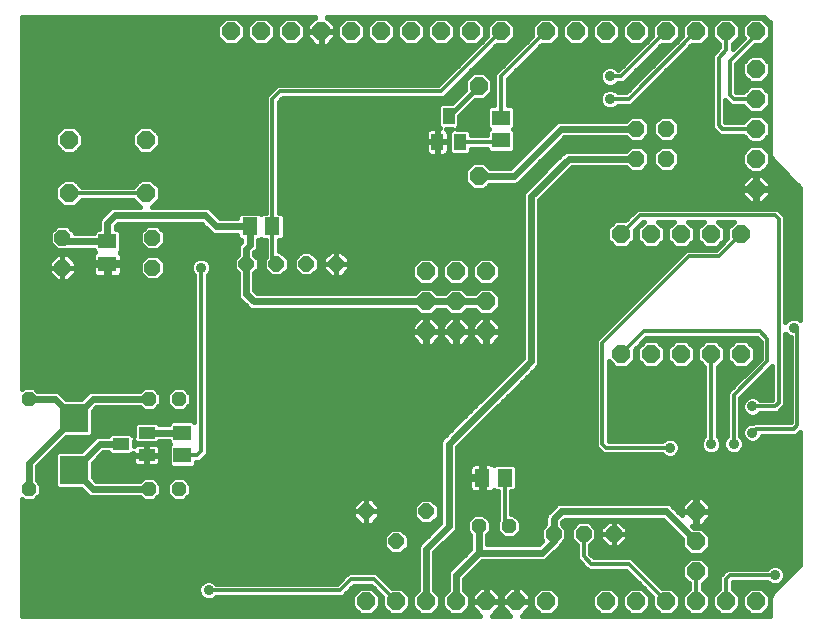
<source format=gbl>
G75*
%MOIN*%
%OFA0B0*%
%FSLAX25Y25*%
%IPPOS*%
%LPD*%
%AMOC8*
5,1,8,0,0,1.08239X$1,22.5*
%
%ADD10OC8,0.05937*%
%ADD11OC8,0.06000*%
%ADD12OC8,0.05200*%
%ADD13OC8,0.05150*%
%ADD14OC8,0.04756*%
%ADD15R,0.05118X0.05906*%
%ADD16R,0.05512X0.03937*%
%ADD17R,0.03937X0.05512*%
%ADD18R,0.05906X0.05118*%
%ADD19R,0.09449X0.09449*%
%ADD20OC8,0.05600*%
%ADD21C,0.01200*%
%ADD22C,0.03569*%
%ADD23C,0.01600*%
%ADD24C,0.02400*%
D10*
X0125000Y0015000D03*
X0135000Y0015000D03*
X0145000Y0015000D03*
X0155000Y0015000D03*
X0165000Y0015000D03*
X0175000Y0015000D03*
X0185000Y0015000D03*
X0205000Y0015000D03*
X0215000Y0015000D03*
X0225000Y0015000D03*
X0235000Y0015000D03*
X0245000Y0015000D03*
X0255000Y0015000D03*
X0250000Y0097500D03*
X0240000Y0097500D03*
X0230000Y0097500D03*
X0220000Y0097500D03*
X0210000Y0097500D03*
X0210000Y0137500D03*
X0220000Y0137500D03*
X0230000Y0137500D03*
X0240000Y0137500D03*
X0250000Y0137500D03*
X0245000Y0205000D03*
X0235000Y0205000D03*
X0225000Y0205000D03*
X0215000Y0205000D03*
X0205000Y0205000D03*
X0195000Y0205000D03*
X0185000Y0205000D03*
X0170000Y0205000D03*
X0160000Y0205000D03*
X0150000Y0205000D03*
X0140000Y0205000D03*
X0130000Y0205000D03*
X0120000Y0205000D03*
X0110000Y0205000D03*
X0100000Y0205000D03*
X0090000Y0205000D03*
X0080000Y0205000D03*
X0162500Y0186752D03*
X0162500Y0156752D03*
X0255000Y0205000D03*
D11*
X0255000Y0192500D03*
X0255000Y0182500D03*
X0255000Y0172500D03*
X0255000Y0162500D03*
X0255000Y0152500D03*
X0165000Y0125000D03*
X0165000Y0115000D03*
X0155000Y0115000D03*
X0145000Y0115000D03*
X0145000Y0125000D03*
X0155000Y0125000D03*
X0155000Y0105000D03*
X0145000Y0105000D03*
X0165000Y0105000D03*
X0235000Y0045000D03*
X0235000Y0035000D03*
X0235000Y0025000D03*
X0051550Y0151100D03*
X0051550Y0168900D03*
X0025950Y0168900D03*
X0025950Y0151100D03*
D12*
X0023750Y0136250D03*
X0023750Y0126250D03*
X0053750Y0126250D03*
X0053750Y0136250D03*
X0187500Y0037500D03*
X0197500Y0037500D03*
X0207500Y0037500D03*
D13*
X0145000Y0045000D03*
X0135000Y0035000D03*
X0125000Y0045000D03*
X0115000Y0127500D03*
X0105000Y0127500D03*
X0095000Y0127500D03*
X0085000Y0127500D03*
D14*
X0062500Y0082500D03*
X0052500Y0082500D03*
X0052500Y0052500D03*
X0062500Y0052500D03*
X0012500Y0052500D03*
X0012500Y0082500D03*
X0162500Y0040000D03*
X0172500Y0040000D03*
D15*
X0171240Y0056250D03*
X0163760Y0056250D03*
X0093740Y0140000D03*
X0086260Y0140000D03*
D16*
X0051831Y0071240D03*
X0043169Y0067500D03*
X0051831Y0063760D03*
D17*
X0148760Y0168169D03*
X0156240Y0168169D03*
X0152500Y0176831D03*
D18*
X0170000Y0176240D03*
X0170000Y0168760D03*
X0063750Y0071240D03*
X0063750Y0063760D03*
X0038750Y0127510D03*
X0038750Y0134990D03*
D19*
X0027500Y0076161D03*
X0027500Y0058839D03*
D20*
X0215000Y0162500D03*
X0225000Y0162500D03*
X0225000Y0172500D03*
X0215000Y0172500D03*
D21*
X0212500Y0182500D02*
X0206250Y0182500D01*
X0212500Y0182500D02*
X0235000Y0205000D01*
X0225000Y0205000D02*
X0210000Y0190000D01*
X0206250Y0190000D01*
X0185000Y0205000D02*
X0170000Y0190000D01*
X0170000Y0176240D01*
X0170000Y0168760D02*
X0169409Y0168169D01*
X0156240Y0168169D01*
X0150000Y0185000D02*
X0170000Y0205000D01*
X0150000Y0185000D02*
X0096250Y0185000D01*
X0093740Y0182490D01*
X0093740Y0140000D01*
X0093740Y0128760D01*
X0095000Y0127500D01*
X0070000Y0126250D02*
X0070000Y0065000D01*
X0068760Y0063760D01*
X0063750Y0063760D01*
X0072500Y0018750D02*
X0116250Y0018750D01*
X0120000Y0022500D01*
X0127500Y0022500D01*
X0135000Y0015000D01*
X0171240Y0041260D02*
X0172500Y0040000D01*
X0171240Y0041260D02*
X0171240Y0056250D01*
X0197500Y0037500D02*
X0197500Y0030000D01*
X0200000Y0027500D01*
X0212500Y0027500D01*
X0225000Y0015000D01*
X0235000Y0015000D02*
X0235000Y0025000D01*
X0245000Y0022500D02*
X0245000Y0015000D01*
X0245000Y0022500D02*
X0246250Y0023750D01*
X0261250Y0023750D01*
X0247500Y0067500D02*
X0247500Y0083750D01*
X0258750Y0095000D01*
X0258750Y0102500D01*
X0256250Y0105000D01*
X0217500Y0105000D01*
X0210000Y0097500D01*
X0203750Y0101250D02*
X0232500Y0130000D01*
X0242500Y0130000D01*
X0250000Y0137500D01*
X0261250Y0143750D02*
X0262500Y0142500D01*
X0262500Y0081250D01*
X0261250Y0080000D01*
X0253750Y0080000D01*
X0255000Y0072500D02*
X0253750Y0071250D01*
X0255000Y0072500D02*
X0267500Y0072500D01*
X0268750Y0073750D01*
X0268750Y0105000D01*
X0267500Y0106250D01*
X0240000Y0097500D02*
X0240000Y0067500D01*
X0226250Y0066250D02*
X0205000Y0066250D01*
X0203750Y0067500D01*
X0203750Y0101250D01*
X0210000Y0137500D02*
X0216250Y0143750D01*
X0261250Y0143750D01*
X0255000Y0172500D02*
X0243750Y0172500D01*
X0242500Y0173750D01*
X0242500Y0196250D01*
X0245000Y0198750D01*
X0245000Y0205000D01*
X0255000Y0205000D02*
X0255000Y0203750D01*
X0246250Y0195000D01*
X0246250Y0183750D01*
X0247500Y0182500D01*
X0255000Y0182500D01*
X0051550Y0151100D02*
X0025950Y0151100D01*
D22*
X0070000Y0126250D03*
X0038750Y0060000D03*
X0030000Y0022500D03*
X0072500Y0018750D03*
X0226250Y0066250D03*
X0240000Y0067500D03*
X0247500Y0067500D03*
X0253750Y0071250D03*
X0253750Y0080000D03*
X0232500Y0086250D03*
X0267500Y0106250D03*
X0206250Y0182500D03*
X0206250Y0190000D03*
X0261250Y0023750D03*
D23*
X0010300Y0010300D02*
X0010300Y0049074D01*
X0010852Y0048522D01*
X0014148Y0048522D01*
X0016478Y0050852D01*
X0016478Y0054148D01*
X0015300Y0055326D01*
X0015300Y0060002D01*
X0025135Y0069837D01*
X0032887Y0069837D01*
X0033824Y0070774D01*
X0033824Y0078526D01*
X0034998Y0079700D01*
X0049674Y0079700D01*
X0050852Y0078522D01*
X0054148Y0078522D01*
X0056478Y0080852D01*
X0056478Y0084148D01*
X0054148Y0086478D01*
X0050852Y0086478D01*
X0049674Y0085300D01*
X0033282Y0085300D01*
X0032253Y0084874D01*
X0029865Y0082486D01*
X0025135Y0082486D01*
X0022747Y0084874D01*
X0021718Y0085300D01*
X0015326Y0085300D01*
X0014148Y0086478D01*
X0010852Y0086478D01*
X0010300Y0085926D01*
X0010300Y0209700D01*
X0107956Y0209700D01*
X0105231Y0206975D01*
X0105231Y0205184D01*
X0109816Y0205184D01*
X0109816Y0204816D01*
X0110184Y0204816D01*
X0110184Y0200231D01*
X0111975Y0200231D01*
X0114768Y0203025D01*
X0114768Y0204816D01*
X0110184Y0204816D01*
X0110184Y0205184D01*
X0114768Y0205184D01*
X0114768Y0206975D01*
X0112044Y0209700D01*
X0257805Y0209700D01*
X0259700Y0207805D01*
X0259700Y0163946D01*
X0260507Y0161998D01*
X0269700Y0152805D01*
X0269700Y0108836D01*
X0269417Y0109119D01*
X0268173Y0109634D01*
X0266827Y0109634D01*
X0265583Y0109119D01*
X0264700Y0108236D01*
X0264700Y0143411D01*
X0263450Y0144661D01*
X0262161Y0145950D01*
X0215339Y0145950D01*
X0211457Y0142068D01*
X0208108Y0142068D01*
X0205431Y0139392D01*
X0205431Y0135608D01*
X0208108Y0132931D01*
X0211892Y0132931D01*
X0214568Y0135608D01*
X0214568Y0138957D01*
X0217161Y0141550D01*
X0217589Y0141550D01*
X0215431Y0139392D01*
X0215431Y0135608D01*
X0218108Y0132931D01*
X0221892Y0132931D01*
X0224568Y0135608D01*
X0224568Y0139392D01*
X0222411Y0141550D01*
X0227589Y0141550D01*
X0225431Y0139392D01*
X0225431Y0135608D01*
X0228108Y0132931D01*
X0231892Y0132931D01*
X0234568Y0135608D01*
X0234568Y0139392D01*
X0232411Y0141550D01*
X0237589Y0141550D01*
X0235431Y0139392D01*
X0235431Y0135608D01*
X0238108Y0132931D01*
X0241892Y0132931D01*
X0244568Y0135608D01*
X0244568Y0139392D01*
X0242411Y0141550D01*
X0247589Y0141550D01*
X0245431Y0139392D01*
X0245431Y0136043D01*
X0241589Y0132200D01*
X0231589Y0132200D01*
X0201550Y0102161D01*
X0201550Y0066589D01*
X0202839Y0065300D01*
X0204089Y0064050D01*
X0223664Y0064050D01*
X0224333Y0063381D01*
X0225577Y0062866D01*
X0226923Y0062866D01*
X0228167Y0063381D01*
X0229119Y0064333D01*
X0229634Y0065577D01*
X0229634Y0066923D01*
X0229119Y0068167D01*
X0228167Y0069119D01*
X0226923Y0069634D01*
X0225577Y0069634D01*
X0224333Y0069119D01*
X0223664Y0068450D01*
X0205950Y0068450D01*
X0205950Y0095089D01*
X0208108Y0092931D01*
X0211892Y0092931D01*
X0214568Y0095608D01*
X0214568Y0098957D01*
X0218411Y0102800D01*
X0255339Y0102800D01*
X0256550Y0101589D01*
X0256550Y0095911D01*
X0245300Y0084661D01*
X0245300Y0070086D01*
X0244631Y0069417D01*
X0244116Y0068173D01*
X0244116Y0066827D01*
X0244631Y0065583D01*
X0245583Y0064631D01*
X0246827Y0064116D01*
X0248173Y0064116D01*
X0249417Y0064631D01*
X0250369Y0065583D01*
X0250884Y0066827D01*
X0250884Y0068173D01*
X0250369Y0069417D01*
X0249700Y0070086D01*
X0249700Y0082839D01*
X0259661Y0092800D01*
X0260300Y0093439D01*
X0260300Y0082200D01*
X0256336Y0082200D01*
X0255667Y0082869D01*
X0254423Y0083384D01*
X0253077Y0083384D01*
X0251833Y0082869D01*
X0250881Y0081917D01*
X0250366Y0080673D01*
X0250366Y0079327D01*
X0250881Y0078083D01*
X0251833Y0077131D01*
X0253077Y0076616D01*
X0254423Y0076616D01*
X0255667Y0077131D01*
X0256336Y0077800D01*
X0262161Y0077800D01*
X0263411Y0079050D01*
X0264700Y0080339D01*
X0264700Y0104264D01*
X0265583Y0103381D01*
X0266550Y0102980D01*
X0266550Y0074700D01*
X0254089Y0074700D01*
X0254023Y0074634D01*
X0253077Y0074634D01*
X0251833Y0074119D01*
X0250881Y0073167D01*
X0250366Y0071923D01*
X0250366Y0070577D01*
X0250881Y0069333D01*
X0251833Y0068381D01*
X0253077Y0067866D01*
X0254423Y0067866D01*
X0255667Y0068381D01*
X0256619Y0069333D01*
X0257020Y0070300D01*
X0268411Y0070300D01*
X0269661Y0071550D01*
X0269700Y0071589D01*
X0269700Y0027195D01*
X0261998Y0019493D01*
X0260507Y0018002D01*
X0259700Y0016054D01*
X0259700Y0010300D01*
X0177044Y0010300D01*
X0179768Y0013025D01*
X0179768Y0014816D01*
X0175184Y0014816D01*
X0175184Y0015184D01*
X0174816Y0015184D01*
X0174816Y0014816D01*
X0170231Y0014816D01*
X0170231Y0013025D01*
X0172956Y0010300D01*
X0167044Y0010300D01*
X0169768Y0013025D01*
X0169768Y0014816D01*
X0165184Y0014816D01*
X0165184Y0015184D01*
X0164816Y0015184D01*
X0164816Y0014816D01*
X0160231Y0014816D01*
X0160231Y0013025D01*
X0162956Y0010300D01*
X0010300Y0010300D01*
X0010300Y0011394D02*
X0122145Y0011394D01*
X0123108Y0010431D02*
X0126892Y0010431D01*
X0129568Y0013108D01*
X0129568Y0016892D01*
X0126892Y0019568D01*
X0123108Y0019568D01*
X0120431Y0016892D01*
X0120431Y0013108D01*
X0123108Y0010431D01*
X0120547Y0012993D02*
X0010300Y0012993D01*
X0010300Y0014591D02*
X0120431Y0014591D01*
X0120431Y0016190D02*
X0074726Y0016190D01*
X0074417Y0015881D02*
X0075086Y0016550D01*
X0117161Y0016550D01*
X0120911Y0020300D01*
X0126589Y0020300D01*
X0130431Y0016457D01*
X0130431Y0013108D01*
X0133108Y0010431D01*
X0136892Y0010431D01*
X0139568Y0013108D01*
X0139568Y0016892D01*
X0136892Y0019568D01*
X0133543Y0019568D01*
X0128411Y0024700D01*
X0119089Y0024700D01*
X0117800Y0023411D01*
X0115339Y0020950D01*
X0075086Y0020950D01*
X0074417Y0021619D01*
X0073173Y0022134D01*
X0071827Y0022134D01*
X0070583Y0021619D01*
X0069631Y0020667D01*
X0069116Y0019423D01*
X0069116Y0018077D01*
X0069631Y0016833D01*
X0070583Y0015881D01*
X0071827Y0015366D01*
X0073173Y0015366D01*
X0074417Y0015881D01*
X0070274Y0016190D02*
X0010300Y0016190D01*
X0010300Y0017788D02*
X0069235Y0017788D01*
X0069116Y0019387D02*
X0010300Y0019387D01*
X0010300Y0020985D02*
X0069949Y0020985D01*
X0075051Y0020985D02*
X0115374Y0020985D01*
X0116972Y0022584D02*
X0010300Y0022584D01*
X0010300Y0024182D02*
X0118571Y0024182D01*
X0119998Y0019387D02*
X0122926Y0019387D01*
X0121327Y0017788D02*
X0118399Y0017788D01*
X0127074Y0019387D02*
X0127502Y0019387D01*
X0128673Y0017788D02*
X0129101Y0017788D01*
X0129568Y0016190D02*
X0130431Y0016190D01*
X0130431Y0014591D02*
X0129568Y0014591D01*
X0129453Y0012993D02*
X0130547Y0012993D01*
X0132145Y0011394D02*
X0127855Y0011394D01*
X0137855Y0011394D02*
X0142145Y0011394D01*
X0143108Y0010431D02*
X0146892Y0010431D01*
X0149568Y0013108D01*
X0149568Y0016892D01*
X0147800Y0018661D01*
X0147800Y0031340D01*
X0154086Y0037626D01*
X0154874Y0038414D01*
X0155300Y0039443D01*
X0155300Y0066340D01*
X0181586Y0092626D01*
X0182374Y0093414D01*
X0182800Y0094443D01*
X0182800Y0148840D01*
X0193660Y0159700D01*
X0211577Y0159700D01*
X0213177Y0158100D01*
X0216823Y0158100D01*
X0219400Y0160677D01*
X0219400Y0164323D01*
X0216823Y0166900D01*
X0213177Y0166900D01*
X0211577Y0165300D01*
X0191943Y0165300D01*
X0190914Y0164874D01*
X0190126Y0164086D01*
X0177626Y0151586D01*
X0177200Y0150557D01*
X0177200Y0096160D01*
X0150126Y0069086D01*
X0149700Y0068057D01*
X0149700Y0041160D01*
X0142626Y0034086D01*
X0142200Y0033057D01*
X0142200Y0018661D01*
X0140431Y0016892D01*
X0140431Y0013108D01*
X0143108Y0010431D01*
X0140547Y0012993D02*
X0139453Y0012993D01*
X0139568Y0014591D02*
X0140431Y0014591D01*
X0140431Y0016190D02*
X0139568Y0016190D01*
X0138673Y0017788D02*
X0141327Y0017788D01*
X0142200Y0019387D02*
X0137074Y0019387D01*
X0132126Y0020985D02*
X0142200Y0020985D01*
X0142200Y0022584D02*
X0130528Y0022584D01*
X0128929Y0024182D02*
X0142200Y0024182D01*
X0142200Y0025781D02*
X0010300Y0025781D01*
X0010300Y0027379D02*
X0142200Y0027379D01*
X0142200Y0028978D02*
X0010300Y0028978D01*
X0010300Y0030576D02*
X0142200Y0030576D01*
X0142200Y0032175D02*
X0138079Y0032175D01*
X0139175Y0033271D02*
X0136729Y0030825D01*
X0133271Y0030825D01*
X0130825Y0033271D01*
X0130825Y0036729D01*
X0133271Y0039175D01*
X0136729Y0039175D01*
X0139175Y0036729D01*
X0139175Y0033271D01*
X0139175Y0033773D02*
X0142497Y0033773D01*
X0143912Y0035372D02*
X0139175Y0035372D01*
X0138934Y0036970D02*
X0145510Y0036970D01*
X0147109Y0038569D02*
X0137335Y0038569D01*
X0132665Y0038569D02*
X0010300Y0038569D01*
X0010300Y0040167D02*
X0148707Y0040167D01*
X0149700Y0041766D02*
X0147670Y0041766D01*
X0146729Y0040825D02*
X0149175Y0043271D01*
X0149175Y0046729D01*
X0146729Y0049175D01*
X0143271Y0049175D01*
X0140825Y0046729D01*
X0140825Y0043271D01*
X0143271Y0040825D01*
X0146729Y0040825D01*
X0149175Y0043364D02*
X0149700Y0043364D01*
X0149700Y0044963D02*
X0149175Y0044963D01*
X0149175Y0046561D02*
X0149700Y0046561D01*
X0149700Y0048160D02*
X0147744Y0048160D01*
X0149700Y0049758D02*
X0065384Y0049758D01*
X0066478Y0050852D02*
X0064148Y0048522D01*
X0060852Y0048522D01*
X0058522Y0050852D01*
X0058522Y0054148D01*
X0060852Y0056478D01*
X0064148Y0056478D01*
X0066478Y0054148D01*
X0066478Y0050852D01*
X0066478Y0051357D02*
X0149700Y0051357D01*
X0149700Y0052955D02*
X0066478Y0052955D01*
X0066072Y0054554D02*
X0149700Y0054554D01*
X0149700Y0056152D02*
X0064473Y0056152D01*
X0060527Y0056152D02*
X0054473Y0056152D01*
X0054148Y0056478D02*
X0050852Y0056478D01*
X0049674Y0055300D01*
X0034998Y0055300D01*
X0033824Y0056474D01*
X0033824Y0061203D01*
X0037321Y0064700D01*
X0038982Y0064700D01*
X0039751Y0063931D01*
X0046588Y0063931D01*
X0047275Y0064618D01*
X0047275Y0063944D01*
X0051646Y0063944D01*
X0051646Y0063576D01*
X0047275Y0063576D01*
X0047275Y0061554D01*
X0047397Y0061097D01*
X0047634Y0060686D01*
X0047970Y0060351D01*
X0048380Y0060114D01*
X0048838Y0059991D01*
X0051646Y0059991D01*
X0051646Y0063576D01*
X0052015Y0063576D01*
X0052015Y0063944D01*
X0056387Y0063944D01*
X0056387Y0065965D01*
X0056264Y0066423D01*
X0056027Y0066834D01*
X0055692Y0067169D01*
X0055281Y0067406D01*
X0054824Y0067528D01*
X0052015Y0067528D01*
X0052015Y0063944D01*
X0051646Y0063944D01*
X0051646Y0067528D01*
X0048838Y0067528D01*
X0048380Y0067406D01*
X0047970Y0067169D01*
X0047634Y0066834D01*
X0047525Y0066644D01*
X0047525Y0068559D01*
X0048412Y0067672D01*
X0055249Y0067672D01*
X0056018Y0068440D01*
X0059197Y0068440D01*
X0059197Y0068018D01*
X0059716Y0067500D01*
X0059197Y0066982D01*
X0059197Y0060538D01*
X0060134Y0059601D01*
X0067365Y0059601D01*
X0068303Y0060538D01*
X0068303Y0061560D01*
X0069671Y0061560D01*
X0070911Y0062800D01*
X0072200Y0064089D01*
X0072200Y0123664D01*
X0072869Y0124333D01*
X0073384Y0125577D01*
X0073384Y0126923D01*
X0072869Y0128167D01*
X0071917Y0129119D01*
X0070673Y0129634D01*
X0069327Y0129634D01*
X0068083Y0129119D01*
X0067131Y0128167D01*
X0066616Y0126923D01*
X0066616Y0125577D01*
X0067131Y0124333D01*
X0067800Y0123664D01*
X0067800Y0074965D01*
X0067365Y0075399D01*
X0060134Y0075399D01*
X0059197Y0074462D01*
X0059197Y0074040D01*
X0056018Y0074040D01*
X0055249Y0074809D01*
X0048412Y0074809D01*
X0047475Y0073871D01*
X0047475Y0070182D01*
X0046588Y0071068D01*
X0039751Y0071068D01*
X0038982Y0070300D01*
X0035604Y0070300D01*
X0034575Y0069874D01*
X0029865Y0065163D01*
X0022113Y0065163D01*
X0021176Y0064226D01*
X0021176Y0053451D01*
X0022113Y0052514D01*
X0029865Y0052514D01*
X0032253Y0050126D01*
X0033282Y0049700D01*
X0049674Y0049700D01*
X0050852Y0048522D01*
X0054148Y0048522D01*
X0056478Y0050852D01*
X0056478Y0054148D01*
X0054148Y0056478D01*
X0056072Y0054554D02*
X0058928Y0054554D01*
X0058522Y0052955D02*
X0056478Y0052955D01*
X0056478Y0051357D02*
X0058522Y0051357D01*
X0059616Y0049758D02*
X0055384Y0049758D01*
X0050527Y0056152D02*
X0034146Y0056152D01*
X0033824Y0057751D02*
X0149700Y0057751D01*
X0149700Y0059349D02*
X0033824Y0059349D01*
X0033824Y0060948D02*
X0047483Y0060948D01*
X0047275Y0062546D02*
X0035168Y0062546D01*
X0036766Y0064145D02*
X0039537Y0064145D01*
X0039221Y0070539D02*
X0033589Y0070539D01*
X0033642Y0068940D02*
X0024239Y0068940D01*
X0022640Y0067342D02*
X0032044Y0067342D01*
X0030445Y0065743D02*
X0021042Y0065743D01*
X0021176Y0064145D02*
X0019443Y0064145D01*
X0017845Y0062546D02*
X0021176Y0062546D01*
X0021176Y0060948D02*
X0016246Y0060948D01*
X0015300Y0059349D02*
X0021176Y0059349D01*
X0021176Y0057751D02*
X0015300Y0057751D01*
X0015300Y0056152D02*
X0021176Y0056152D01*
X0021176Y0054554D02*
X0016072Y0054554D01*
X0016478Y0052955D02*
X0021672Y0052955D01*
X0016478Y0051357D02*
X0031022Y0051357D01*
X0033141Y0049758D02*
X0015384Y0049758D01*
X0010300Y0048160D02*
X0121973Y0048160D01*
X0123188Y0049375D02*
X0120625Y0046812D01*
X0120625Y0045000D01*
X0120625Y0043188D01*
X0123188Y0040625D01*
X0125000Y0040625D01*
X0126812Y0040625D01*
X0129375Y0043188D01*
X0129375Y0045000D01*
X0129375Y0046812D01*
X0126812Y0049375D01*
X0125000Y0049375D01*
X0125000Y0045000D01*
X0129375Y0045000D01*
X0125000Y0045000D01*
X0125000Y0045000D01*
X0125000Y0045000D01*
X0125000Y0040625D01*
X0125000Y0045000D01*
X0125000Y0045000D01*
X0125000Y0045000D01*
X0120625Y0045000D01*
X0125000Y0045000D01*
X0125000Y0049375D01*
X0123188Y0049375D01*
X0125000Y0048160D02*
X0125000Y0048160D01*
X0125000Y0046561D02*
X0125000Y0046561D01*
X0125000Y0044963D02*
X0125000Y0044963D01*
X0125000Y0043364D02*
X0125000Y0043364D01*
X0125000Y0041766D02*
X0125000Y0041766D01*
X0127953Y0041766D02*
X0142330Y0041766D01*
X0140825Y0043364D02*
X0129375Y0043364D01*
X0129375Y0044963D02*
X0140825Y0044963D01*
X0140825Y0046561D02*
X0129375Y0046561D01*
X0128027Y0048160D02*
X0142256Y0048160D01*
X0154938Y0038569D02*
X0158522Y0038569D01*
X0158522Y0038352D02*
X0159700Y0037174D01*
X0159700Y0032410D01*
X0152626Y0025336D01*
X0152200Y0024307D01*
X0152200Y0018661D01*
X0150431Y0016892D01*
X0150431Y0013108D01*
X0153108Y0010431D01*
X0156892Y0010431D01*
X0159568Y0013108D01*
X0159568Y0016892D01*
X0157800Y0018661D01*
X0157800Y0022590D01*
X0163660Y0028450D01*
X0184307Y0028450D01*
X0185336Y0028876D01*
X0186124Y0029664D01*
X0189874Y0033414D01*
X0190241Y0034302D01*
X0191700Y0035760D01*
X0191700Y0039240D01*
X0190300Y0040640D01*
X0190300Y0041340D01*
X0191160Y0042200D01*
X0223840Y0042200D01*
X0230400Y0035640D01*
X0230400Y0033095D01*
X0233095Y0030400D01*
X0236905Y0030400D01*
X0239600Y0033095D01*
X0239600Y0036905D01*
X0236905Y0039600D01*
X0234360Y0039600D01*
X0233760Y0040200D01*
X0234800Y0040200D01*
X0234800Y0044800D01*
X0235200Y0044800D01*
X0235200Y0045200D01*
X0239800Y0045200D01*
X0239800Y0046988D01*
X0236988Y0049800D01*
X0235200Y0049800D01*
X0235200Y0045200D01*
X0234800Y0045200D01*
X0234800Y0049800D01*
X0233012Y0049800D01*
X0230200Y0046988D01*
X0230200Y0045200D01*
X0234800Y0045200D01*
X0234800Y0044800D01*
X0230200Y0044800D01*
X0230200Y0043760D01*
X0226586Y0047374D01*
X0225557Y0047800D01*
X0189443Y0047800D01*
X0188414Y0047374D01*
X0187626Y0046586D01*
X0185126Y0044086D01*
X0184700Y0043057D01*
X0184700Y0040640D01*
X0183300Y0039240D01*
X0183300Y0035760D01*
X0183800Y0035260D01*
X0182590Y0034050D01*
X0165300Y0034050D01*
X0165300Y0037174D01*
X0166478Y0038352D01*
X0166478Y0041648D01*
X0164148Y0043978D01*
X0160852Y0043978D01*
X0158522Y0041648D01*
X0158522Y0038352D01*
X0158522Y0040167D02*
X0155300Y0040167D01*
X0155300Y0041766D02*
X0158640Y0041766D01*
X0160239Y0043364D02*
X0155300Y0043364D01*
X0155300Y0044963D02*
X0169040Y0044963D01*
X0169040Y0046561D02*
X0155300Y0046561D01*
X0155300Y0048160D02*
X0169040Y0048160D01*
X0169040Y0049758D02*
X0155300Y0049758D01*
X0155300Y0051357D02*
X0169040Y0051357D01*
X0169040Y0051697D02*
X0169040Y0042166D01*
X0168522Y0041648D01*
X0168522Y0038352D01*
X0170852Y0036022D01*
X0174148Y0036022D01*
X0176478Y0038352D01*
X0176478Y0041648D01*
X0174148Y0043978D01*
X0173440Y0043978D01*
X0173440Y0051697D01*
X0174462Y0051697D01*
X0175399Y0052634D01*
X0175399Y0059865D01*
X0174462Y0060803D01*
X0168018Y0060803D01*
X0167641Y0060426D01*
X0167424Y0060643D01*
X0167014Y0060880D01*
X0166556Y0061003D01*
X0164239Y0061003D01*
X0164239Y0056730D01*
X0163280Y0056730D01*
X0163280Y0061003D01*
X0160964Y0061003D01*
X0160506Y0060880D01*
X0160096Y0060643D01*
X0159760Y0060308D01*
X0159523Y0059898D01*
X0159401Y0059440D01*
X0159401Y0056730D01*
X0163280Y0056730D01*
X0163280Y0055770D01*
X0164239Y0055770D01*
X0164239Y0051497D01*
X0166556Y0051497D01*
X0167014Y0051620D01*
X0167424Y0051857D01*
X0167641Y0052074D01*
X0168018Y0051697D01*
X0169040Y0051697D01*
X0173440Y0051357D02*
X0269700Y0051357D01*
X0269700Y0052955D02*
X0175399Y0052955D01*
X0175399Y0054554D02*
X0269700Y0054554D01*
X0269700Y0056152D02*
X0175399Y0056152D01*
X0175399Y0057751D02*
X0269700Y0057751D01*
X0269700Y0059349D02*
X0175399Y0059349D01*
X0166761Y0060948D02*
X0269700Y0060948D01*
X0269700Y0062546D02*
X0155300Y0062546D01*
X0155300Y0060948D02*
X0160759Y0060948D01*
X0159401Y0059349D02*
X0155300Y0059349D01*
X0155300Y0057751D02*
X0159401Y0057751D01*
X0159401Y0055770D02*
X0159401Y0053060D01*
X0159523Y0052602D01*
X0159760Y0052192D01*
X0160096Y0051857D01*
X0160506Y0051620D01*
X0160964Y0051497D01*
X0163280Y0051497D01*
X0163280Y0055770D01*
X0159401Y0055770D01*
X0159401Y0054554D02*
X0155300Y0054554D01*
X0155300Y0056152D02*
X0163280Y0056152D01*
X0163280Y0054554D02*
X0164239Y0054554D01*
X0164239Y0052955D02*
X0163280Y0052955D01*
X0159429Y0052955D02*
X0155300Y0052955D01*
X0163280Y0057751D02*
X0164239Y0057751D01*
X0164239Y0059349D02*
X0163280Y0059349D01*
X0163280Y0060948D02*
X0164239Y0060948D01*
X0155300Y0064145D02*
X0203994Y0064145D01*
X0202395Y0065743D02*
X0155300Y0065743D01*
X0156302Y0067342D02*
X0201550Y0067342D01*
X0201550Y0068940D02*
X0157900Y0068940D01*
X0159499Y0070539D02*
X0201550Y0070539D01*
X0201550Y0072137D02*
X0161097Y0072137D01*
X0162696Y0073736D02*
X0201550Y0073736D01*
X0201550Y0075334D02*
X0164294Y0075334D01*
X0165893Y0076933D02*
X0201550Y0076933D01*
X0201550Y0078532D02*
X0167491Y0078532D01*
X0169090Y0080130D02*
X0201550Y0080130D01*
X0201550Y0081729D02*
X0170688Y0081729D01*
X0172287Y0083327D02*
X0201550Y0083327D01*
X0201550Y0084926D02*
X0173885Y0084926D01*
X0175484Y0086524D02*
X0201550Y0086524D01*
X0201550Y0088123D02*
X0177082Y0088123D01*
X0178681Y0089721D02*
X0201550Y0089721D01*
X0201550Y0091320D02*
X0180279Y0091320D01*
X0181878Y0092918D02*
X0201550Y0092918D01*
X0201550Y0094517D02*
X0182800Y0094517D01*
X0182800Y0096115D02*
X0201550Y0096115D01*
X0201550Y0097714D02*
X0182800Y0097714D01*
X0182800Y0099312D02*
X0201550Y0099312D01*
X0201550Y0100911D02*
X0182800Y0100911D01*
X0182800Y0102509D02*
X0201898Y0102509D01*
X0203496Y0104108D02*
X0182800Y0104108D01*
X0182800Y0105706D02*
X0205095Y0105706D01*
X0206693Y0107305D02*
X0182800Y0107305D01*
X0182800Y0108903D02*
X0208292Y0108903D01*
X0209890Y0110502D02*
X0182800Y0110502D01*
X0182800Y0112100D02*
X0211489Y0112100D01*
X0213087Y0113699D02*
X0182800Y0113699D01*
X0182800Y0115297D02*
X0214686Y0115297D01*
X0216285Y0116896D02*
X0182800Y0116896D01*
X0182800Y0118494D02*
X0217883Y0118494D01*
X0219482Y0120093D02*
X0182800Y0120093D01*
X0182800Y0121691D02*
X0221080Y0121691D01*
X0222679Y0123290D02*
X0182800Y0123290D01*
X0182800Y0124888D02*
X0224277Y0124888D01*
X0225876Y0126487D02*
X0182800Y0126487D01*
X0182800Y0128085D02*
X0227474Y0128085D01*
X0229073Y0129684D02*
X0182800Y0129684D01*
X0182800Y0131282D02*
X0230671Y0131282D01*
X0233440Y0134479D02*
X0236560Y0134479D01*
X0235431Y0136078D02*
X0234568Y0136078D01*
X0234568Y0137676D02*
X0235431Y0137676D01*
X0235431Y0139275D02*
X0234568Y0139275D01*
X0233087Y0140873D02*
X0236913Y0140873D01*
X0243087Y0140873D02*
X0246913Y0140873D01*
X0245431Y0139275D02*
X0244568Y0139275D01*
X0244568Y0137676D02*
X0245431Y0137676D01*
X0245431Y0136078D02*
X0244568Y0136078D01*
X0243868Y0134479D02*
X0243440Y0134479D01*
X0242270Y0132881D02*
X0182800Y0132881D01*
X0182800Y0134479D02*
X0206560Y0134479D01*
X0205431Y0136078D02*
X0182800Y0136078D01*
X0182800Y0137676D02*
X0205431Y0137676D01*
X0205431Y0139275D02*
X0182800Y0139275D01*
X0182800Y0140873D02*
X0206913Y0140873D01*
X0211861Y0142472D02*
X0182800Y0142472D01*
X0182800Y0144070D02*
X0213459Y0144070D01*
X0215058Y0145669D02*
X0182800Y0145669D01*
X0182800Y0147268D02*
X0269700Y0147268D01*
X0269700Y0148866D02*
X0258154Y0148866D01*
X0256988Y0147700D02*
X0259800Y0150512D01*
X0259800Y0152300D01*
X0255200Y0152300D01*
X0255200Y0152700D01*
X0259800Y0152700D01*
X0259800Y0154488D01*
X0256988Y0157300D01*
X0255200Y0157300D01*
X0255200Y0152700D01*
X0254800Y0152700D01*
X0254800Y0157300D01*
X0253012Y0157300D01*
X0250200Y0154488D01*
X0250200Y0152700D01*
X0254800Y0152700D01*
X0254800Y0152300D01*
X0255200Y0152300D01*
X0255200Y0147700D01*
X0256988Y0147700D01*
X0255200Y0148866D02*
X0254800Y0148866D01*
X0254800Y0147700D02*
X0253012Y0147700D01*
X0250200Y0150512D01*
X0250200Y0152300D01*
X0254800Y0152300D01*
X0254800Y0147700D01*
X0254800Y0150465D02*
X0255200Y0150465D01*
X0255200Y0152063D02*
X0254800Y0152063D01*
X0254800Y0153662D02*
X0255200Y0153662D01*
X0255200Y0155260D02*
X0254800Y0155260D01*
X0254800Y0156859D02*
X0255200Y0156859D01*
X0256905Y0157900D02*
X0259600Y0160595D01*
X0259600Y0164405D01*
X0256905Y0167100D01*
X0253095Y0167100D01*
X0250400Y0164405D01*
X0250400Y0160595D01*
X0253095Y0157900D01*
X0256905Y0157900D01*
X0257462Y0158457D02*
X0264048Y0158457D01*
X0265646Y0156859D02*
X0257430Y0156859D01*
X0259028Y0155260D02*
X0267245Y0155260D01*
X0268843Y0153662D02*
X0259800Y0153662D01*
X0259800Y0152063D02*
X0269700Y0152063D01*
X0269700Y0150465D02*
X0259753Y0150465D01*
X0262442Y0145669D02*
X0269700Y0145669D01*
X0269700Y0144070D02*
X0264041Y0144070D01*
X0264700Y0142472D02*
X0269700Y0142472D01*
X0269700Y0140873D02*
X0264700Y0140873D01*
X0264700Y0139275D02*
X0269700Y0139275D01*
X0269700Y0137676D02*
X0264700Y0137676D01*
X0264700Y0136078D02*
X0269700Y0136078D01*
X0269700Y0134479D02*
X0264700Y0134479D01*
X0264700Y0132881D02*
X0269700Y0132881D01*
X0269700Y0131282D02*
X0264700Y0131282D01*
X0264700Y0129684D02*
X0269700Y0129684D01*
X0269700Y0128085D02*
X0264700Y0128085D01*
X0264700Y0126487D02*
X0269700Y0126487D01*
X0269700Y0124888D02*
X0264700Y0124888D01*
X0264700Y0123290D02*
X0269700Y0123290D01*
X0269700Y0121691D02*
X0264700Y0121691D01*
X0264700Y0120093D02*
X0269700Y0120093D01*
X0269700Y0118494D02*
X0264700Y0118494D01*
X0264700Y0116896D02*
X0269700Y0116896D01*
X0269700Y0115297D02*
X0264700Y0115297D01*
X0264700Y0113699D02*
X0269700Y0113699D01*
X0269700Y0112100D02*
X0264700Y0112100D01*
X0264700Y0110502D02*
X0269700Y0110502D01*
X0269700Y0108903D02*
X0269633Y0108903D01*
X0265367Y0108903D02*
X0264700Y0108903D01*
X0264700Y0104108D02*
X0264856Y0104108D01*
X0264700Y0102509D02*
X0266550Y0102509D01*
X0266550Y0100911D02*
X0264700Y0100911D01*
X0264700Y0099312D02*
X0266550Y0099312D01*
X0266550Y0097714D02*
X0264700Y0097714D01*
X0264700Y0096115D02*
X0266550Y0096115D01*
X0266550Y0094517D02*
X0264700Y0094517D01*
X0264700Y0092918D02*
X0266550Y0092918D01*
X0266550Y0091320D02*
X0264700Y0091320D01*
X0264700Y0089721D02*
X0266550Y0089721D01*
X0266550Y0088123D02*
X0264700Y0088123D01*
X0264700Y0086524D02*
X0266550Y0086524D01*
X0266550Y0084926D02*
X0264700Y0084926D01*
X0264700Y0083327D02*
X0266550Y0083327D01*
X0266550Y0081729D02*
X0264700Y0081729D01*
X0264491Y0080130D02*
X0266550Y0080130D01*
X0266550Y0078532D02*
X0262893Y0078532D01*
X0266550Y0076933D02*
X0255189Y0076933D01*
X0252311Y0076933D02*
X0249700Y0076933D01*
X0249700Y0075334D02*
X0266550Y0075334D01*
X0268650Y0070539D02*
X0269700Y0070539D01*
X0269700Y0068940D02*
X0256227Y0068940D01*
X0251273Y0068940D02*
X0250566Y0068940D01*
X0250381Y0070539D02*
X0249700Y0070539D01*
X0249700Y0072137D02*
X0250455Y0072137D01*
X0249700Y0073736D02*
X0251450Y0073736D01*
X0250695Y0078532D02*
X0249700Y0078532D01*
X0249700Y0080130D02*
X0250366Y0080130D01*
X0250803Y0081729D02*
X0249700Y0081729D01*
X0250188Y0083327D02*
X0252939Y0083327D01*
X0254561Y0083327D02*
X0260300Y0083327D01*
X0260300Y0084926D02*
X0251787Y0084926D01*
X0253385Y0086524D02*
X0260300Y0086524D01*
X0260300Y0088123D02*
X0254984Y0088123D01*
X0256582Y0089721D02*
X0260300Y0089721D01*
X0260300Y0091320D02*
X0258181Y0091320D01*
X0259779Y0092918D02*
X0260300Y0092918D01*
X0256550Y0096115D02*
X0254568Y0096115D01*
X0254568Y0095608D02*
X0251892Y0092931D01*
X0248108Y0092931D01*
X0245431Y0095608D01*
X0245431Y0099392D01*
X0248108Y0102068D01*
X0251892Y0102068D01*
X0254568Y0099392D01*
X0254568Y0095608D01*
X0255155Y0094517D02*
X0253477Y0094517D01*
X0253557Y0092918D02*
X0242200Y0092918D01*
X0242200Y0093239D02*
X0244568Y0095608D01*
X0244568Y0099392D01*
X0241892Y0102068D01*
X0238108Y0102068D01*
X0235431Y0099392D01*
X0235431Y0095608D01*
X0237800Y0093239D01*
X0237800Y0070086D01*
X0237131Y0069417D01*
X0236616Y0068173D01*
X0236616Y0066827D01*
X0237131Y0065583D01*
X0238083Y0064631D01*
X0239327Y0064116D01*
X0240673Y0064116D01*
X0241917Y0064631D01*
X0242869Y0065583D01*
X0243384Y0066827D01*
X0243384Y0068173D01*
X0242869Y0069417D01*
X0242200Y0070086D01*
X0242200Y0093239D01*
X0243477Y0094517D02*
X0246523Y0094517D01*
X0245431Y0096115D02*
X0244568Y0096115D01*
X0244568Y0097714D02*
X0245431Y0097714D01*
X0245431Y0099312D02*
X0244568Y0099312D01*
X0243050Y0100911D02*
X0246950Y0100911D01*
X0253050Y0100911D02*
X0256550Y0100911D01*
X0256550Y0099312D02*
X0254568Y0099312D01*
X0254568Y0097714D02*
X0256550Y0097714D01*
X0255630Y0102509D02*
X0218120Y0102509D01*
X0218108Y0102068D02*
X0215431Y0099392D01*
X0215431Y0095608D01*
X0218108Y0092931D01*
X0221892Y0092931D01*
X0224568Y0095608D01*
X0224568Y0099392D01*
X0221892Y0102068D01*
X0218108Y0102068D01*
X0216950Y0100911D02*
X0216522Y0100911D01*
X0215431Y0099312D02*
X0214923Y0099312D01*
X0214568Y0097714D02*
X0215431Y0097714D01*
X0215431Y0096115D02*
X0214568Y0096115D01*
X0213477Y0094517D02*
X0216523Y0094517D01*
X0223477Y0094517D02*
X0226523Y0094517D01*
X0225431Y0095608D02*
X0228108Y0092931D01*
X0231892Y0092931D01*
X0234568Y0095608D01*
X0234568Y0099392D01*
X0231892Y0102068D01*
X0228108Y0102068D01*
X0225431Y0099392D01*
X0225431Y0095608D01*
X0225431Y0096115D02*
X0224568Y0096115D01*
X0224568Y0097714D02*
X0225431Y0097714D01*
X0225431Y0099312D02*
X0224568Y0099312D01*
X0223050Y0100911D02*
X0226950Y0100911D01*
X0233050Y0100911D02*
X0236950Y0100911D01*
X0235431Y0099312D02*
X0234568Y0099312D01*
X0234568Y0097714D02*
X0235431Y0097714D01*
X0235431Y0096115D02*
X0234568Y0096115D01*
X0233477Y0094517D02*
X0236523Y0094517D01*
X0237800Y0092918D02*
X0205950Y0092918D01*
X0205950Y0091320D02*
X0237800Y0091320D01*
X0237800Y0089721D02*
X0205950Y0089721D01*
X0205950Y0088123D02*
X0237800Y0088123D01*
X0237800Y0086524D02*
X0205950Y0086524D01*
X0205950Y0084926D02*
X0237800Y0084926D01*
X0237800Y0083327D02*
X0205950Y0083327D01*
X0205950Y0081729D02*
X0237800Y0081729D01*
X0237800Y0080130D02*
X0205950Y0080130D01*
X0205950Y0078532D02*
X0237800Y0078532D01*
X0237800Y0076933D02*
X0205950Y0076933D01*
X0205950Y0075334D02*
X0237800Y0075334D01*
X0237800Y0073736D02*
X0205950Y0073736D01*
X0205950Y0072137D02*
X0237800Y0072137D01*
X0237800Y0070539D02*
X0205950Y0070539D01*
X0205950Y0068940D02*
X0224154Y0068940D01*
X0228346Y0068940D02*
X0236934Y0068940D01*
X0236616Y0067342D02*
X0229461Y0067342D01*
X0229634Y0065743D02*
X0237064Y0065743D01*
X0239256Y0064145D02*
X0228931Y0064145D01*
X0240744Y0064145D02*
X0246756Y0064145D01*
X0248244Y0064145D02*
X0269700Y0064145D01*
X0269700Y0065743D02*
X0250435Y0065743D01*
X0250884Y0067342D02*
X0269700Y0067342D01*
X0269700Y0049758D02*
X0237030Y0049758D01*
X0235200Y0049758D02*
X0234800Y0049758D01*
X0234800Y0048160D02*
X0235200Y0048160D01*
X0235200Y0046561D02*
X0234800Y0046561D01*
X0234800Y0044963D02*
X0228997Y0044963D01*
X0230200Y0046561D02*
X0227398Y0046561D01*
X0231372Y0048160D02*
X0173440Y0048160D01*
X0173440Y0049758D02*
X0232970Y0049758D01*
X0235200Y0044963D02*
X0269700Y0044963D01*
X0269700Y0046561D02*
X0239800Y0046561D01*
X0239800Y0044800D02*
X0235200Y0044800D01*
X0235200Y0040200D01*
X0236988Y0040200D01*
X0239800Y0043012D01*
X0239800Y0044800D01*
X0239800Y0043364D02*
X0269700Y0043364D01*
X0269700Y0041766D02*
X0238554Y0041766D01*
X0237937Y0038569D02*
X0269700Y0038569D01*
X0269700Y0040167D02*
X0233793Y0040167D01*
X0234800Y0041766D02*
X0235200Y0041766D01*
X0235200Y0043364D02*
X0234800Y0043364D01*
X0238628Y0048160D02*
X0269700Y0048160D01*
X0269700Y0036970D02*
X0239535Y0036970D01*
X0239600Y0035372D02*
X0269700Y0035372D01*
X0269700Y0033773D02*
X0239600Y0033773D01*
X0238680Y0032175D02*
X0269700Y0032175D01*
X0269700Y0030576D02*
X0237082Y0030576D01*
X0236905Y0029600D02*
X0233095Y0029600D01*
X0230400Y0026905D01*
X0230400Y0023095D01*
X0232800Y0020695D01*
X0232800Y0019261D01*
X0230431Y0016892D01*
X0230431Y0013108D01*
X0233108Y0010431D01*
X0236892Y0010431D01*
X0239568Y0013108D01*
X0239568Y0016892D01*
X0237200Y0019261D01*
X0237200Y0020695D01*
X0239600Y0023095D01*
X0239600Y0026905D01*
X0236905Y0029600D01*
X0237528Y0028978D02*
X0269700Y0028978D01*
X0269700Y0027379D02*
X0239126Y0027379D01*
X0239600Y0025781D02*
X0245169Y0025781D01*
X0245339Y0025950D02*
X0244089Y0024700D01*
X0242800Y0023411D01*
X0242800Y0019261D01*
X0240431Y0016892D01*
X0240431Y0013108D01*
X0243108Y0010431D01*
X0246892Y0010431D01*
X0249568Y0013108D01*
X0249568Y0016892D01*
X0247200Y0019261D01*
X0247200Y0021550D01*
X0258664Y0021550D01*
X0259333Y0020881D01*
X0260577Y0020366D01*
X0261923Y0020366D01*
X0263167Y0020881D01*
X0264119Y0021833D01*
X0264634Y0023077D01*
X0264634Y0024423D01*
X0264119Y0025667D01*
X0263167Y0026619D01*
X0261923Y0027134D01*
X0260577Y0027134D01*
X0259333Y0026619D01*
X0258664Y0025950D01*
X0245339Y0025950D01*
X0243571Y0024182D02*
X0239600Y0024182D01*
X0239089Y0022584D02*
X0242800Y0022584D01*
X0242800Y0020985D02*
X0237490Y0020985D01*
X0237200Y0019387D02*
X0242800Y0019387D01*
X0241327Y0017788D02*
X0238673Y0017788D01*
X0239568Y0016190D02*
X0240431Y0016190D01*
X0240431Y0014591D02*
X0239568Y0014591D01*
X0239453Y0012993D02*
X0240547Y0012993D01*
X0242145Y0011394D02*
X0237855Y0011394D01*
X0232145Y0011394D02*
X0227855Y0011394D01*
X0226892Y0010431D02*
X0229568Y0013108D01*
X0229568Y0016892D01*
X0226892Y0019568D01*
X0223543Y0019568D01*
X0213411Y0029700D01*
X0200911Y0029700D01*
X0199700Y0030911D01*
X0199700Y0033760D01*
X0201700Y0035760D01*
X0201700Y0039240D01*
X0199240Y0041700D01*
X0195760Y0041700D01*
X0193300Y0039240D01*
X0193300Y0035760D01*
X0195300Y0033760D01*
X0195300Y0029089D01*
X0199089Y0025300D01*
X0211589Y0025300D01*
X0220431Y0016457D01*
X0220431Y0013108D01*
X0223108Y0010431D01*
X0226892Y0010431D01*
X0229453Y0012993D02*
X0230547Y0012993D01*
X0230431Y0014591D02*
X0229568Y0014591D01*
X0229568Y0016190D02*
X0230431Y0016190D01*
X0231327Y0017788D02*
X0228673Y0017788D01*
X0227074Y0019387D02*
X0232800Y0019387D01*
X0232509Y0020985D02*
X0222126Y0020985D01*
X0220528Y0022584D02*
X0230911Y0022584D01*
X0230400Y0024182D02*
X0218929Y0024182D01*
X0217331Y0025781D02*
X0230400Y0025781D01*
X0230874Y0027379D02*
X0215732Y0027379D01*
X0214134Y0028978D02*
X0232472Y0028978D01*
X0232918Y0030576D02*
X0200035Y0030576D01*
X0199700Y0032175D02*
X0231320Y0032175D01*
X0230400Y0033773D02*
X0209996Y0033773D01*
X0209323Y0033100D02*
X0211900Y0035677D01*
X0211900Y0037500D01*
X0211900Y0039323D01*
X0209323Y0041900D01*
X0207500Y0041900D01*
X0207500Y0037500D01*
X0211900Y0037500D01*
X0207500Y0037500D01*
X0207500Y0037500D01*
X0207500Y0037500D01*
X0207500Y0033100D01*
X0209323Y0033100D01*
X0207500Y0033100D02*
X0207500Y0037500D01*
X0207500Y0037500D01*
X0207500Y0037500D01*
X0203100Y0037500D01*
X0203100Y0039323D01*
X0205677Y0041900D01*
X0207500Y0041900D01*
X0207500Y0037500D01*
X0203100Y0037500D01*
X0203100Y0035677D01*
X0205677Y0033100D01*
X0207500Y0033100D01*
X0207500Y0033773D02*
X0207500Y0033773D01*
X0207500Y0035372D02*
X0207500Y0035372D01*
X0207500Y0036970D02*
X0207500Y0036970D01*
X0207500Y0038569D02*
X0207500Y0038569D01*
X0207500Y0040167D02*
X0207500Y0040167D01*
X0207500Y0041766D02*
X0207500Y0041766D01*
X0209457Y0041766D02*
X0224274Y0041766D01*
X0225873Y0040167D02*
X0211055Y0040167D01*
X0211900Y0038569D02*
X0227471Y0038569D01*
X0229070Y0036970D02*
X0211900Y0036970D01*
X0211594Y0035372D02*
X0230400Y0035372D01*
X0214305Y0022584D02*
X0157800Y0022584D01*
X0157800Y0020985D02*
X0215904Y0020985D01*
X0216892Y0019568D02*
X0213108Y0019568D01*
X0210431Y0016892D01*
X0210431Y0013108D01*
X0213108Y0010431D01*
X0216892Y0010431D01*
X0219568Y0013108D01*
X0219568Y0016892D01*
X0216892Y0019568D01*
X0217074Y0019387D02*
X0217502Y0019387D01*
X0218673Y0017788D02*
X0219101Y0017788D01*
X0219568Y0016190D02*
X0220431Y0016190D01*
X0220431Y0014591D02*
X0219568Y0014591D01*
X0219453Y0012993D02*
X0220547Y0012993D01*
X0222145Y0011394D02*
X0217855Y0011394D01*
X0212145Y0011394D02*
X0207855Y0011394D01*
X0206892Y0010431D02*
X0209568Y0013108D01*
X0209568Y0016892D01*
X0206892Y0019568D01*
X0203108Y0019568D01*
X0200431Y0016892D01*
X0200431Y0013108D01*
X0203108Y0010431D01*
X0206892Y0010431D01*
X0209453Y0012993D02*
X0210547Y0012993D01*
X0210431Y0014591D02*
X0209568Y0014591D01*
X0209568Y0016190D02*
X0210431Y0016190D01*
X0211327Y0017788D02*
X0208673Y0017788D01*
X0207074Y0019387D02*
X0212926Y0019387D01*
X0212707Y0024182D02*
X0159392Y0024182D01*
X0160990Y0025781D02*
X0198608Y0025781D01*
X0197010Y0027379D02*
X0162589Y0027379D01*
X0157866Y0030576D02*
X0147800Y0030576D01*
X0147800Y0028978D02*
X0156268Y0028978D01*
X0154669Y0027379D02*
X0147800Y0027379D01*
X0147800Y0025781D02*
X0153071Y0025781D01*
X0152200Y0024182D02*
X0147800Y0024182D01*
X0147800Y0022584D02*
X0152200Y0022584D01*
X0152200Y0020985D02*
X0147800Y0020985D01*
X0147800Y0019387D02*
X0152200Y0019387D01*
X0151327Y0017788D02*
X0148673Y0017788D01*
X0149568Y0016190D02*
X0150431Y0016190D01*
X0150431Y0014591D02*
X0149568Y0014591D01*
X0149453Y0012993D02*
X0150547Y0012993D01*
X0152145Y0011394D02*
X0147855Y0011394D01*
X0157855Y0011394D02*
X0161862Y0011394D01*
X0160264Y0012993D02*
X0159453Y0012993D01*
X0159568Y0014591D02*
X0160231Y0014591D01*
X0160231Y0015184D02*
X0164816Y0015184D01*
X0164816Y0019768D01*
X0163025Y0019768D01*
X0160231Y0016975D01*
X0160231Y0015184D01*
X0160231Y0016190D02*
X0159568Y0016190D01*
X0158673Y0017788D02*
X0161044Y0017788D01*
X0162643Y0019387D02*
X0157800Y0019387D01*
X0164816Y0019387D02*
X0165184Y0019387D01*
X0165184Y0019768D02*
X0165184Y0015184D01*
X0169768Y0015184D01*
X0169768Y0016975D01*
X0166975Y0019768D01*
X0165184Y0019768D01*
X0165184Y0017788D02*
X0164816Y0017788D01*
X0164816Y0016190D02*
X0165184Y0016190D01*
X0167357Y0019387D02*
X0172643Y0019387D01*
X0173025Y0019768D02*
X0170231Y0016975D01*
X0170231Y0015184D01*
X0174816Y0015184D01*
X0174816Y0019768D01*
X0173025Y0019768D01*
X0174816Y0019387D02*
X0175184Y0019387D01*
X0175184Y0019768D02*
X0175184Y0015184D01*
X0179768Y0015184D01*
X0179768Y0016975D01*
X0176975Y0019768D01*
X0175184Y0019768D01*
X0175184Y0017788D02*
X0174816Y0017788D01*
X0174816Y0016190D02*
X0175184Y0016190D01*
X0177357Y0019387D02*
X0182926Y0019387D01*
X0183108Y0019568D02*
X0180431Y0016892D01*
X0180431Y0013108D01*
X0183108Y0010431D01*
X0186892Y0010431D01*
X0189568Y0013108D01*
X0189568Y0016892D01*
X0186892Y0019568D01*
X0183108Y0019568D01*
X0181327Y0017788D02*
X0178956Y0017788D01*
X0179768Y0016190D02*
X0180431Y0016190D01*
X0180431Y0014591D02*
X0179768Y0014591D01*
X0179736Y0012993D02*
X0180547Y0012993D01*
X0182145Y0011394D02*
X0178138Y0011394D01*
X0171862Y0011394D02*
X0168138Y0011394D01*
X0169736Y0012993D02*
X0170264Y0012993D01*
X0170231Y0014591D02*
X0169768Y0014591D01*
X0169768Y0016190D02*
X0170231Y0016190D01*
X0171044Y0017788D02*
X0168956Y0017788D01*
X0185437Y0028978D02*
X0195411Y0028978D01*
X0195300Y0030576D02*
X0187036Y0030576D01*
X0188634Y0032175D02*
X0195300Y0032175D01*
X0195287Y0033773D02*
X0190023Y0033773D01*
X0191311Y0035372D02*
X0193689Y0035372D01*
X0193300Y0036970D02*
X0191700Y0036970D01*
X0191700Y0038569D02*
X0193300Y0038569D01*
X0194228Y0040167D02*
X0190772Y0040167D01*
X0190726Y0041766D02*
X0205543Y0041766D01*
X0203945Y0040167D02*
X0200772Y0040167D01*
X0201700Y0038569D02*
X0203100Y0038569D01*
X0203100Y0036970D02*
X0201700Y0036970D01*
X0201311Y0035372D02*
X0203406Y0035372D01*
X0205004Y0033773D02*
X0199713Y0033773D01*
X0186003Y0044963D02*
X0173440Y0044963D01*
X0173440Y0046561D02*
X0187602Y0046561D01*
X0184827Y0043364D02*
X0174761Y0043364D01*
X0176360Y0041766D02*
X0184700Y0041766D01*
X0184228Y0040167D02*
X0176478Y0040167D01*
X0176478Y0038569D02*
X0183300Y0038569D01*
X0183300Y0036970D02*
X0175096Y0036970D01*
X0169904Y0036970D02*
X0165300Y0036970D01*
X0165300Y0035372D02*
X0183689Y0035372D01*
X0169040Y0043364D02*
X0164761Y0043364D01*
X0166360Y0041766D02*
X0168640Y0041766D01*
X0168522Y0040167D02*
X0166478Y0040167D01*
X0166478Y0038569D02*
X0168522Y0038569D01*
X0159700Y0036970D02*
X0153430Y0036970D01*
X0151832Y0035372D02*
X0159700Y0035372D01*
X0159700Y0033773D02*
X0150233Y0033773D01*
X0148634Y0032175D02*
X0159465Y0032175D01*
X0131921Y0032175D02*
X0010300Y0032175D01*
X0010300Y0033773D02*
X0130825Y0033773D01*
X0130825Y0035372D02*
X0010300Y0035372D01*
X0010300Y0036970D02*
X0131066Y0036970D01*
X0122047Y0041766D02*
X0010300Y0041766D01*
X0010300Y0043364D02*
X0120625Y0043364D01*
X0120625Y0044963D02*
X0010300Y0044963D01*
X0010300Y0046561D02*
X0120625Y0046561D01*
X0149700Y0060948D02*
X0068303Y0060948D01*
X0070658Y0062546D02*
X0149700Y0062546D01*
X0149700Y0064145D02*
X0072200Y0064145D01*
X0072200Y0065743D02*
X0149700Y0065743D01*
X0149700Y0067342D02*
X0072200Y0067342D01*
X0072200Y0068940D02*
X0150066Y0068940D01*
X0151579Y0070539D02*
X0072200Y0070539D01*
X0072200Y0072137D02*
X0153178Y0072137D01*
X0154776Y0073736D02*
X0072200Y0073736D01*
X0072200Y0075334D02*
X0156375Y0075334D01*
X0157973Y0076933D02*
X0072200Y0076933D01*
X0072200Y0078532D02*
X0159572Y0078532D01*
X0161170Y0080130D02*
X0072200Y0080130D01*
X0072200Y0081729D02*
X0162769Y0081729D01*
X0164367Y0083327D02*
X0072200Y0083327D01*
X0072200Y0084926D02*
X0165966Y0084926D01*
X0167564Y0086524D02*
X0072200Y0086524D01*
X0072200Y0088123D02*
X0169163Y0088123D01*
X0170761Y0089721D02*
X0072200Y0089721D01*
X0072200Y0091320D02*
X0172360Y0091320D01*
X0173958Y0092918D02*
X0072200Y0092918D01*
X0072200Y0094517D02*
X0175557Y0094517D01*
X0177155Y0096115D02*
X0072200Y0096115D01*
X0072200Y0097714D02*
X0177200Y0097714D01*
X0177200Y0099312D02*
X0072200Y0099312D01*
X0072200Y0100911D02*
X0142301Y0100911D01*
X0143012Y0100200D02*
X0144800Y0100200D01*
X0144800Y0104800D01*
X0145200Y0104800D01*
X0145200Y0105200D01*
X0149800Y0105200D01*
X0149800Y0106988D01*
X0146988Y0109800D01*
X0145200Y0109800D01*
X0145200Y0105200D01*
X0144800Y0105200D01*
X0144800Y0109800D01*
X0143012Y0109800D01*
X0140200Y0106988D01*
X0140200Y0105200D01*
X0144800Y0105200D01*
X0144800Y0104800D01*
X0140200Y0104800D01*
X0140200Y0103012D01*
X0143012Y0100200D01*
X0144800Y0100911D02*
X0145200Y0100911D01*
X0145200Y0100200D02*
X0146988Y0100200D01*
X0149800Y0103012D01*
X0149800Y0104800D01*
X0145200Y0104800D01*
X0145200Y0100200D01*
X0145200Y0102509D02*
X0144800Y0102509D01*
X0144800Y0104108D02*
X0145200Y0104108D01*
X0145200Y0105706D02*
X0144800Y0105706D01*
X0144800Y0107305D02*
X0145200Y0107305D01*
X0145200Y0108903D02*
X0144800Y0108903D01*
X0143095Y0110400D02*
X0146905Y0110400D01*
X0148705Y0112200D01*
X0151295Y0112200D01*
X0153095Y0110400D01*
X0156905Y0110400D01*
X0158705Y0112200D01*
X0161295Y0112200D01*
X0163095Y0110400D01*
X0166905Y0110400D01*
X0169600Y0113095D01*
X0169600Y0116905D01*
X0166905Y0119600D01*
X0163095Y0119600D01*
X0161295Y0117800D01*
X0158705Y0117800D01*
X0156905Y0119600D01*
X0153095Y0119600D01*
X0151295Y0117800D01*
X0148705Y0117800D01*
X0146905Y0119600D01*
X0143095Y0119600D01*
X0141295Y0117800D01*
X0088660Y0117800D01*
X0087800Y0118660D01*
X0087800Y0124396D01*
X0089175Y0125771D01*
X0089175Y0129229D01*
X0087800Y0130604D01*
X0087800Y0131340D01*
X0087836Y0131376D01*
X0088624Y0132164D01*
X0089050Y0133193D01*
X0089050Y0135447D01*
X0089482Y0135447D01*
X0090000Y0135966D01*
X0090518Y0135447D01*
X0091540Y0135447D01*
X0091540Y0129944D01*
X0090825Y0129229D01*
X0090825Y0125771D01*
X0093271Y0123325D01*
X0096729Y0123325D01*
X0099175Y0125771D01*
X0099175Y0129229D01*
X0096729Y0131675D01*
X0095940Y0131675D01*
X0095940Y0135447D01*
X0096962Y0135447D01*
X0097899Y0136384D01*
X0097899Y0143615D01*
X0096962Y0144553D01*
X0095940Y0144553D01*
X0095940Y0181579D01*
X0097161Y0182800D01*
X0150911Y0182800D01*
X0168543Y0200431D01*
X0171892Y0200431D01*
X0174568Y0203108D01*
X0174568Y0206892D01*
X0171892Y0209568D01*
X0168108Y0209568D01*
X0165431Y0206892D01*
X0165431Y0203543D01*
X0149089Y0187200D01*
X0095339Y0187200D01*
X0094050Y0185911D01*
X0091540Y0183401D01*
X0091540Y0144553D01*
X0090518Y0144553D01*
X0090000Y0144034D01*
X0089482Y0144553D01*
X0083038Y0144553D01*
X0082101Y0143615D01*
X0082101Y0142800D01*
X0076160Y0142800D01*
X0072836Y0146124D01*
X0071807Y0146550D01*
X0053505Y0146550D01*
X0056150Y0149195D01*
X0056150Y0153005D01*
X0053455Y0155700D01*
X0049645Y0155700D01*
X0047245Y0153300D01*
X0030255Y0153300D01*
X0027855Y0155700D01*
X0024045Y0155700D01*
X0021350Y0153005D01*
X0021350Y0149195D01*
X0024045Y0146500D01*
X0027855Y0146500D01*
X0030255Y0148900D01*
X0047245Y0148900D01*
X0049595Y0146550D01*
X0040693Y0146550D01*
X0039664Y0146124D01*
X0038876Y0145336D01*
X0036376Y0142836D01*
X0035950Y0141807D01*
X0035950Y0139149D01*
X0035134Y0139149D01*
X0034197Y0138212D01*
X0034197Y0137790D01*
X0027950Y0137790D01*
X0027950Y0137990D01*
X0025490Y0140450D01*
X0022010Y0140450D01*
X0019550Y0137990D01*
X0019550Y0134510D01*
X0022010Y0132050D01*
X0025490Y0132050D01*
X0025630Y0132190D01*
X0034197Y0132190D01*
X0034197Y0131768D01*
X0034574Y0131391D01*
X0034357Y0131174D01*
X0034120Y0130764D01*
X0033997Y0130306D01*
X0033997Y0127989D01*
X0038270Y0127989D01*
X0038270Y0127030D01*
X0033997Y0127030D01*
X0033997Y0124714D01*
X0034120Y0124256D01*
X0034357Y0123846D01*
X0034692Y0123510D01*
X0035102Y0123273D01*
X0035560Y0123151D01*
X0038270Y0123151D01*
X0038270Y0127030D01*
X0039230Y0127030D01*
X0039230Y0127989D01*
X0043503Y0127989D01*
X0043503Y0130306D01*
X0043380Y0130764D01*
X0043143Y0131174D01*
X0042926Y0131391D01*
X0043303Y0131768D01*
X0043303Y0138212D01*
X0042365Y0139149D01*
X0041550Y0139149D01*
X0041550Y0140090D01*
X0042410Y0140950D01*
X0070090Y0140950D01*
X0072626Y0138414D01*
X0073414Y0137626D01*
X0074443Y0137200D01*
X0082101Y0137200D01*
X0082101Y0136384D01*
X0083038Y0135447D01*
X0083450Y0135447D01*
X0083450Y0134910D01*
X0082626Y0134086D01*
X0082200Y0133057D01*
X0082200Y0130604D01*
X0080825Y0129229D01*
X0080825Y0125771D01*
X0082200Y0124396D01*
X0082200Y0116943D01*
X0082626Y0115914D01*
X0083414Y0115126D01*
X0085914Y0112626D01*
X0086943Y0112200D01*
X0141295Y0112200D01*
X0143095Y0110400D01*
X0142993Y0110502D02*
X0072200Y0110502D01*
X0072200Y0112100D02*
X0141394Y0112100D01*
X0142115Y0108903D02*
X0072200Y0108903D01*
X0072200Y0107305D02*
X0140517Y0107305D01*
X0140200Y0105706D02*
X0072200Y0105706D01*
X0072200Y0104108D02*
X0140200Y0104108D01*
X0140703Y0102509D02*
X0072200Y0102509D01*
X0067800Y0102509D02*
X0010300Y0102509D01*
X0010300Y0100911D02*
X0067800Y0100911D01*
X0067800Y0099312D02*
X0010300Y0099312D01*
X0010300Y0097714D02*
X0067800Y0097714D01*
X0067800Y0096115D02*
X0010300Y0096115D01*
X0010300Y0094517D02*
X0067800Y0094517D01*
X0067800Y0092918D02*
X0010300Y0092918D01*
X0010300Y0091320D02*
X0067800Y0091320D01*
X0067800Y0089721D02*
X0010300Y0089721D01*
X0010300Y0088123D02*
X0067800Y0088123D01*
X0067800Y0086524D02*
X0010300Y0086524D01*
X0022622Y0084926D02*
X0032378Y0084926D01*
X0030706Y0083327D02*
X0024294Y0083327D01*
X0033830Y0078532D02*
X0050843Y0078532D01*
X0054157Y0078532D02*
X0060843Y0078532D01*
X0060852Y0078522D02*
X0064148Y0078522D01*
X0066478Y0080852D01*
X0066478Y0084148D01*
X0064148Y0086478D01*
X0060852Y0086478D01*
X0058522Y0084148D01*
X0058522Y0080852D01*
X0060852Y0078522D01*
X0059244Y0080130D02*
X0055756Y0080130D01*
X0056478Y0081729D02*
X0058522Y0081729D01*
X0058522Y0083327D02*
X0056478Y0083327D01*
X0055700Y0084926D02*
X0059300Y0084926D01*
X0065700Y0084926D02*
X0067800Y0084926D01*
X0067800Y0083327D02*
X0066478Y0083327D01*
X0066478Y0081729D02*
X0067800Y0081729D01*
X0067800Y0080130D02*
X0065756Y0080130D01*
X0064157Y0078532D02*
X0067800Y0078532D01*
X0067800Y0076933D02*
X0033824Y0076933D01*
X0033824Y0075334D02*
X0060070Y0075334D01*
X0067430Y0075334D02*
X0067800Y0075334D01*
X0059558Y0067342D02*
X0055392Y0067342D01*
X0056387Y0065743D02*
X0059197Y0065743D01*
X0059197Y0064145D02*
X0056387Y0064145D01*
X0056387Y0063576D02*
X0056387Y0061554D01*
X0056264Y0061097D01*
X0056027Y0060686D01*
X0055692Y0060351D01*
X0055281Y0060114D01*
X0054824Y0059991D01*
X0052015Y0059991D01*
X0052015Y0063576D01*
X0056387Y0063576D01*
X0056387Y0062546D02*
X0059197Y0062546D01*
X0059197Y0060948D02*
X0056178Y0060948D01*
X0052015Y0060948D02*
X0051646Y0060948D01*
X0051646Y0062546D02*
X0052015Y0062546D01*
X0052015Y0064145D02*
X0051646Y0064145D01*
X0051646Y0065743D02*
X0052015Y0065743D01*
X0052015Y0067342D02*
X0051646Y0067342D01*
X0048270Y0067342D02*
X0047525Y0067342D01*
X0047475Y0070539D02*
X0047117Y0070539D01*
X0047475Y0072137D02*
X0033824Y0072137D01*
X0033824Y0073736D02*
X0047475Y0073736D01*
X0047275Y0064145D02*
X0046801Y0064145D01*
X0067800Y0104108D02*
X0010300Y0104108D01*
X0010300Y0105706D02*
X0067800Y0105706D01*
X0067800Y0107305D02*
X0010300Y0107305D01*
X0010300Y0108903D02*
X0067800Y0108903D01*
X0067800Y0110502D02*
X0010300Y0110502D01*
X0010300Y0112100D02*
X0067800Y0112100D01*
X0067800Y0113699D02*
X0010300Y0113699D01*
X0010300Y0115297D02*
X0067800Y0115297D01*
X0067800Y0116896D02*
X0010300Y0116896D01*
X0010300Y0118494D02*
X0067800Y0118494D01*
X0067800Y0120093D02*
X0010300Y0120093D01*
X0010300Y0121691D02*
X0067800Y0121691D01*
X0067800Y0123290D02*
X0056730Y0123290D01*
X0057950Y0124510D02*
X0055490Y0122050D01*
X0052010Y0122050D01*
X0049550Y0124510D01*
X0049550Y0127990D01*
X0052010Y0130450D01*
X0055490Y0130450D01*
X0057950Y0127990D01*
X0057950Y0124510D01*
X0057950Y0124888D02*
X0066901Y0124888D01*
X0066616Y0126487D02*
X0057950Y0126487D01*
X0057854Y0128085D02*
X0067097Y0128085D01*
X0072903Y0128085D02*
X0080825Y0128085D01*
X0080825Y0126487D02*
X0073384Y0126487D01*
X0073099Y0124888D02*
X0081708Y0124888D01*
X0082200Y0123290D02*
X0072200Y0123290D01*
X0072200Y0121691D02*
X0082200Y0121691D01*
X0082200Y0120093D02*
X0072200Y0120093D01*
X0072200Y0118494D02*
X0082200Y0118494D01*
X0082220Y0116896D02*
X0072200Y0116896D01*
X0072200Y0115297D02*
X0083243Y0115297D01*
X0083414Y0115126D02*
X0083414Y0115126D01*
X0084841Y0113699D02*
X0072200Y0113699D01*
X0087965Y0118494D02*
X0141989Y0118494D01*
X0143095Y0120400D02*
X0146905Y0120400D01*
X0149600Y0123095D01*
X0149600Y0126905D01*
X0146905Y0129600D01*
X0143095Y0129600D01*
X0140400Y0126905D01*
X0140400Y0123095D01*
X0143095Y0120400D01*
X0141803Y0121691D02*
X0087800Y0121691D01*
X0087800Y0120093D02*
X0177200Y0120093D01*
X0177200Y0121691D02*
X0168197Y0121691D01*
X0166905Y0120400D02*
X0169600Y0123095D01*
X0169600Y0126905D01*
X0166905Y0129600D01*
X0163095Y0129600D01*
X0160400Y0126905D01*
X0160400Y0123095D01*
X0163095Y0120400D01*
X0166905Y0120400D01*
X0168011Y0118494D02*
X0177200Y0118494D01*
X0177200Y0116896D02*
X0169600Y0116896D01*
X0169600Y0115297D02*
X0177200Y0115297D01*
X0177200Y0113699D02*
X0169600Y0113699D01*
X0168606Y0112100D02*
X0177200Y0112100D01*
X0177200Y0110502D02*
X0167007Y0110502D01*
X0166988Y0109800D02*
X0165200Y0109800D01*
X0165200Y0105200D01*
X0169800Y0105200D01*
X0169800Y0106988D01*
X0166988Y0109800D01*
X0167885Y0108903D02*
X0177200Y0108903D01*
X0177200Y0107305D02*
X0169483Y0107305D01*
X0169800Y0105706D02*
X0177200Y0105706D01*
X0177200Y0104108D02*
X0169800Y0104108D01*
X0169800Y0104800D02*
X0165200Y0104800D01*
X0165200Y0105200D01*
X0164800Y0105200D01*
X0164800Y0109800D01*
X0163012Y0109800D01*
X0160200Y0106988D01*
X0160200Y0105200D01*
X0164800Y0105200D01*
X0164800Y0104800D01*
X0165200Y0104800D01*
X0165200Y0100200D01*
X0166988Y0100200D01*
X0169800Y0103012D01*
X0169800Y0104800D01*
X0169297Y0102509D02*
X0177200Y0102509D01*
X0177200Y0100911D02*
X0167699Y0100911D01*
X0165200Y0100911D02*
X0164800Y0100911D01*
X0164800Y0100200D02*
X0164800Y0104800D01*
X0160200Y0104800D01*
X0160200Y0103012D01*
X0163012Y0100200D01*
X0164800Y0100200D01*
X0164800Y0102509D02*
X0165200Y0102509D01*
X0165200Y0104108D02*
X0164800Y0104108D01*
X0164800Y0105706D02*
X0165200Y0105706D01*
X0165200Y0107305D02*
X0164800Y0107305D01*
X0164800Y0108903D02*
X0165200Y0108903D01*
X0162993Y0110502D02*
X0157007Y0110502D01*
X0156988Y0109800D02*
X0155200Y0109800D01*
X0155200Y0105200D01*
X0159800Y0105200D01*
X0159800Y0106988D01*
X0156988Y0109800D01*
X0157885Y0108903D02*
X0162115Y0108903D01*
X0160517Y0107305D02*
X0159483Y0107305D01*
X0159800Y0105706D02*
X0160200Y0105706D01*
X0159800Y0104800D02*
X0155200Y0104800D01*
X0155200Y0105200D01*
X0154800Y0105200D01*
X0154800Y0109800D01*
X0153012Y0109800D01*
X0150200Y0106988D01*
X0150200Y0105200D01*
X0154800Y0105200D01*
X0154800Y0104800D01*
X0155200Y0104800D01*
X0155200Y0100200D01*
X0156988Y0100200D01*
X0159800Y0103012D01*
X0159800Y0104800D01*
X0159800Y0104108D02*
X0160200Y0104108D01*
X0160703Y0102509D02*
X0159297Y0102509D01*
X0157699Y0100911D02*
X0162301Y0100911D01*
X0155200Y0100911D02*
X0154800Y0100911D01*
X0154800Y0100200D02*
X0154800Y0104800D01*
X0150200Y0104800D01*
X0150200Y0103012D01*
X0153012Y0100200D01*
X0154800Y0100200D01*
X0154800Y0102509D02*
X0155200Y0102509D01*
X0155200Y0104108D02*
X0154800Y0104108D01*
X0154800Y0105706D02*
X0155200Y0105706D01*
X0155200Y0107305D02*
X0154800Y0107305D01*
X0154800Y0108903D02*
X0155200Y0108903D01*
X0152993Y0110502D02*
X0147007Y0110502D01*
X0147885Y0108903D02*
X0152115Y0108903D01*
X0150517Y0107305D02*
X0149483Y0107305D01*
X0149800Y0105706D02*
X0150200Y0105706D01*
X0150200Y0104108D02*
X0149800Y0104108D01*
X0149297Y0102509D02*
X0150703Y0102509D01*
X0152301Y0100911D02*
X0147699Y0100911D01*
X0148606Y0112100D02*
X0151394Y0112100D01*
X0151989Y0118494D02*
X0148011Y0118494D01*
X0148197Y0121691D02*
X0151803Y0121691D01*
X0153095Y0120400D02*
X0150400Y0123095D01*
X0150400Y0126905D01*
X0153095Y0129600D01*
X0156905Y0129600D01*
X0159600Y0126905D01*
X0159600Y0123095D01*
X0156905Y0120400D01*
X0153095Y0120400D01*
X0150400Y0123290D02*
X0149600Y0123290D01*
X0149600Y0124888D02*
X0150400Y0124888D01*
X0150400Y0126487D02*
X0149600Y0126487D01*
X0148420Y0128085D02*
X0151580Y0128085D01*
X0158420Y0128085D02*
X0161580Y0128085D01*
X0160400Y0126487D02*
X0159600Y0126487D01*
X0159600Y0124888D02*
X0160400Y0124888D01*
X0160400Y0123290D02*
X0159600Y0123290D01*
X0158197Y0121691D02*
X0161803Y0121691D01*
X0161989Y0118494D02*
X0158011Y0118494D01*
X0158606Y0112100D02*
X0161394Y0112100D01*
X0169600Y0123290D02*
X0177200Y0123290D01*
X0177200Y0124888D02*
X0169600Y0124888D01*
X0169600Y0126487D02*
X0177200Y0126487D01*
X0177200Y0128085D02*
X0168420Y0128085D01*
X0177200Y0129684D02*
X0119003Y0129684D01*
X0119375Y0129312D02*
X0116812Y0131875D01*
X0115000Y0131875D01*
X0113188Y0131875D01*
X0110625Y0129312D01*
X0110625Y0127500D01*
X0115000Y0127500D01*
X0115000Y0127500D01*
X0115000Y0131875D01*
X0115000Y0127500D01*
X0119375Y0127500D01*
X0119375Y0129312D01*
X0119375Y0128085D02*
X0141580Y0128085D01*
X0140400Y0126487D02*
X0119375Y0126487D01*
X0119375Y0125688D02*
X0119375Y0127500D01*
X0115000Y0127500D01*
X0115000Y0127500D01*
X0115000Y0127500D01*
X0115000Y0123125D01*
X0116812Y0123125D01*
X0119375Y0125688D01*
X0118575Y0124888D02*
X0140400Y0124888D01*
X0140400Y0123290D02*
X0116977Y0123290D01*
X0115000Y0123290D02*
X0115000Y0123290D01*
X0115000Y0123125D02*
X0115000Y0127500D01*
X0115000Y0127500D01*
X0110625Y0127500D01*
X0110625Y0125688D01*
X0113188Y0123125D01*
X0115000Y0123125D01*
X0115000Y0124888D02*
X0115000Y0124888D01*
X0115000Y0126487D02*
X0115000Y0126487D01*
X0115000Y0128085D02*
X0115000Y0128085D01*
X0115000Y0129684D02*
X0115000Y0129684D01*
X0115000Y0131282D02*
X0115000Y0131282D01*
X0117404Y0131282D02*
X0177200Y0131282D01*
X0177200Y0132881D02*
X0095940Y0132881D01*
X0095940Y0134479D02*
X0177200Y0134479D01*
X0177200Y0136078D02*
X0097593Y0136078D01*
X0097899Y0137676D02*
X0177200Y0137676D01*
X0177200Y0139275D02*
X0097899Y0139275D01*
X0097899Y0140873D02*
X0177200Y0140873D01*
X0177200Y0142472D02*
X0097899Y0142472D01*
X0097444Y0144070D02*
X0177200Y0144070D01*
X0177200Y0145669D02*
X0095940Y0145669D01*
X0095940Y0147268D02*
X0177200Y0147268D01*
X0177200Y0148866D02*
X0095940Y0148866D01*
X0095940Y0150465D02*
X0177200Y0150465D01*
X0178103Y0152063D02*
X0095940Y0152063D01*
X0095940Y0153662D02*
X0159130Y0153662D01*
X0157931Y0154860D02*
X0160608Y0152183D01*
X0164392Y0152183D01*
X0166161Y0153952D01*
X0174809Y0153952D01*
X0175838Y0154378D01*
X0191160Y0169700D01*
X0211577Y0169700D01*
X0213177Y0168100D01*
X0216823Y0168100D01*
X0219400Y0170677D01*
X0219400Y0174323D01*
X0216823Y0176900D01*
X0213177Y0176900D01*
X0211577Y0175300D01*
X0189443Y0175300D01*
X0188414Y0174874D01*
X0187626Y0174086D01*
X0173092Y0159552D01*
X0166161Y0159552D01*
X0164392Y0161320D01*
X0160608Y0161320D01*
X0157931Y0158644D01*
X0157931Y0154860D01*
X0157931Y0155260D02*
X0095940Y0155260D01*
X0095940Y0156859D02*
X0157931Y0156859D01*
X0157931Y0158457D02*
X0095940Y0158457D01*
X0095940Y0160056D02*
X0159343Y0160056D01*
X0158871Y0163813D02*
X0153609Y0163813D01*
X0152672Y0164751D01*
X0152672Y0171588D01*
X0153559Y0172475D01*
X0151644Y0172475D01*
X0151834Y0172366D01*
X0152169Y0172030D01*
X0152406Y0171620D01*
X0152528Y0171162D01*
X0152528Y0168354D01*
X0148944Y0168354D01*
X0148576Y0168354D01*
X0148576Y0172725D01*
X0146554Y0172725D01*
X0146097Y0172603D01*
X0145686Y0172366D01*
X0145351Y0172030D01*
X0145114Y0171620D01*
X0144991Y0171162D01*
X0144991Y0168354D01*
X0148576Y0168354D01*
X0148576Y0167985D01*
X0148944Y0167985D01*
X0148944Y0163613D01*
X0150965Y0163613D01*
X0151423Y0163736D01*
X0151834Y0163973D01*
X0152169Y0164308D01*
X0152406Y0164719D01*
X0152528Y0165176D01*
X0152528Y0167985D01*
X0148944Y0167985D01*
X0148944Y0168354D01*
X0148944Y0172725D01*
X0149618Y0172725D01*
X0148931Y0173412D01*
X0148931Y0180249D01*
X0149869Y0181187D01*
X0153541Y0181187D01*
X0157931Y0185578D01*
X0157931Y0188644D01*
X0160608Y0191320D01*
X0164392Y0191320D01*
X0167068Y0188644D01*
X0167068Y0184860D01*
X0164392Y0182183D01*
X0161326Y0182183D01*
X0156068Y0176926D01*
X0156068Y0173412D01*
X0155182Y0172525D01*
X0158871Y0172525D01*
X0159809Y0171588D01*
X0159809Y0170369D01*
X0165447Y0170369D01*
X0165447Y0171982D01*
X0165966Y0172500D01*
X0165447Y0173018D01*
X0165447Y0179462D01*
X0166384Y0180399D01*
X0167800Y0180399D01*
X0167800Y0190911D01*
X0180431Y0203543D01*
X0180431Y0206892D01*
X0183108Y0209568D01*
X0186892Y0209568D01*
X0189568Y0206892D01*
X0189568Y0203108D01*
X0186892Y0200431D01*
X0183543Y0200431D01*
X0172200Y0189089D01*
X0172200Y0180399D01*
X0173615Y0180399D01*
X0174553Y0179462D01*
X0174553Y0173018D01*
X0174034Y0172500D01*
X0174553Y0171982D01*
X0174553Y0165538D01*
X0173615Y0164601D01*
X0166384Y0164601D01*
X0165447Y0165538D01*
X0165447Y0165969D01*
X0159809Y0165969D01*
X0159809Y0164751D01*
X0158871Y0163813D01*
X0159809Y0164851D02*
X0166134Y0164851D01*
X0165657Y0160056D02*
X0173596Y0160056D01*
X0175194Y0161654D02*
X0095940Y0161654D01*
X0095940Y0163253D02*
X0176793Y0163253D01*
X0178391Y0164851D02*
X0173866Y0164851D01*
X0174553Y0166450D02*
X0179990Y0166450D01*
X0181588Y0168048D02*
X0174553Y0168048D01*
X0174553Y0169647D02*
X0183187Y0169647D01*
X0184785Y0171245D02*
X0174553Y0171245D01*
X0174378Y0172844D02*
X0186384Y0172844D01*
X0187982Y0174442D02*
X0174553Y0174442D01*
X0174553Y0176041D02*
X0212318Y0176041D01*
X0213411Y0180300D02*
X0208836Y0180300D01*
X0208167Y0179631D01*
X0206923Y0179116D01*
X0205577Y0179116D01*
X0204333Y0179631D01*
X0203381Y0180583D01*
X0202866Y0181827D01*
X0202866Y0183173D01*
X0203381Y0184417D01*
X0204333Y0185369D01*
X0205577Y0185884D01*
X0206923Y0185884D01*
X0208167Y0185369D01*
X0208836Y0184700D01*
X0211589Y0184700D01*
X0230431Y0203543D01*
X0230431Y0206892D01*
X0233108Y0209568D01*
X0236892Y0209568D01*
X0239568Y0206892D01*
X0239568Y0203108D01*
X0236892Y0200431D01*
X0233543Y0200431D01*
X0213411Y0180300D01*
X0213948Y0180836D02*
X0240300Y0180836D01*
X0240300Y0179238D02*
X0207218Y0179238D01*
X0205282Y0179238D02*
X0174553Y0179238D01*
X0174553Y0177639D02*
X0240300Y0177639D01*
X0240300Y0176041D02*
X0227682Y0176041D01*
X0226823Y0176900D02*
X0229400Y0174323D01*
X0229400Y0170677D01*
X0226823Y0168100D01*
X0223177Y0168100D01*
X0220600Y0170677D01*
X0220600Y0174323D01*
X0223177Y0176900D01*
X0226823Y0176900D01*
X0229280Y0174442D02*
X0240300Y0174442D01*
X0240300Y0172844D02*
X0229400Y0172844D01*
X0229400Y0171245D02*
X0241894Y0171245D01*
X0241550Y0171589D02*
X0242839Y0170300D01*
X0250695Y0170300D01*
X0253095Y0167900D01*
X0256905Y0167900D01*
X0259600Y0170595D01*
X0259600Y0174405D01*
X0256905Y0177100D01*
X0253095Y0177100D01*
X0250695Y0174700D01*
X0244700Y0174700D01*
X0244700Y0182189D01*
X0245300Y0181589D01*
X0246589Y0180300D01*
X0250695Y0180300D01*
X0253095Y0177900D01*
X0256905Y0177900D01*
X0259600Y0180595D01*
X0259600Y0184405D01*
X0256905Y0187100D01*
X0253095Y0187100D01*
X0250695Y0184700D01*
X0248450Y0184700D01*
X0248450Y0194089D01*
X0254793Y0200431D01*
X0256892Y0200431D01*
X0259568Y0203108D01*
X0259568Y0206892D01*
X0256892Y0209568D01*
X0253108Y0209568D01*
X0250431Y0206892D01*
X0250431Y0203108D01*
X0250839Y0202700D01*
X0247200Y0199061D01*
X0247200Y0200739D01*
X0249568Y0203108D01*
X0249568Y0206892D01*
X0246892Y0209568D01*
X0243108Y0209568D01*
X0240431Y0206892D01*
X0240431Y0203108D01*
X0242800Y0200739D01*
X0242800Y0199661D01*
X0241589Y0198450D01*
X0240300Y0197161D01*
X0240300Y0172839D01*
X0241550Y0171589D01*
X0244700Y0176041D02*
X0252035Y0176041D01*
X0251757Y0179238D02*
X0244700Y0179238D01*
X0244700Y0180836D02*
X0246052Y0180836D01*
X0244700Y0177639D02*
X0259700Y0177639D01*
X0259700Y0176041D02*
X0257965Y0176041D01*
X0259563Y0174442D02*
X0259700Y0174442D01*
X0259700Y0172844D02*
X0259600Y0172844D01*
X0259600Y0171245D02*
X0259700Y0171245D01*
X0259700Y0169647D02*
X0258652Y0169647D01*
X0259700Y0168048D02*
X0257054Y0168048D01*
X0257556Y0166450D02*
X0259700Y0166450D01*
X0259700Y0164851D02*
X0259154Y0164851D01*
X0259600Y0163253D02*
X0259987Y0163253D01*
X0259600Y0161654D02*
X0260851Y0161654D01*
X0262449Y0160056D02*
X0259061Y0160056D01*
X0252538Y0158457D02*
X0227180Y0158457D01*
X0226823Y0158100D02*
X0229400Y0160677D01*
X0229400Y0164323D01*
X0226823Y0166900D01*
X0223177Y0166900D01*
X0220600Y0164323D01*
X0220600Y0160677D01*
X0223177Y0158100D01*
X0226823Y0158100D01*
X0228778Y0160056D02*
X0250939Y0160056D01*
X0250400Y0161654D02*
X0229400Y0161654D01*
X0229400Y0163253D02*
X0250400Y0163253D01*
X0250846Y0164851D02*
X0228871Y0164851D01*
X0227273Y0166450D02*
X0252444Y0166450D01*
X0252946Y0168048D02*
X0189508Y0168048D01*
X0187909Y0166450D02*
X0212727Y0166450D01*
X0211631Y0169647D02*
X0191106Y0169647D01*
X0190891Y0164851D02*
X0186311Y0164851D01*
X0184712Y0163253D02*
X0189293Y0163253D01*
X0187694Y0161654D02*
X0183114Y0161654D01*
X0181515Y0160056D02*
X0186096Y0160056D01*
X0184497Y0158457D02*
X0179917Y0158457D01*
X0178318Y0156859D02*
X0182899Y0156859D01*
X0181300Y0155260D02*
X0176720Y0155260D01*
X0179702Y0153662D02*
X0165870Y0153662D01*
X0152672Y0164851D02*
X0152441Y0164851D01*
X0152528Y0166450D02*
X0152672Y0166450D01*
X0152672Y0168048D02*
X0148944Y0168048D01*
X0148576Y0168048D02*
X0095940Y0168048D01*
X0095940Y0166450D02*
X0144991Y0166450D01*
X0144991Y0165176D02*
X0145114Y0164719D01*
X0145351Y0164308D01*
X0145686Y0163973D01*
X0146097Y0163736D01*
X0146554Y0163613D01*
X0148576Y0163613D01*
X0148576Y0167985D01*
X0144991Y0167985D01*
X0144991Y0165176D01*
X0145078Y0164851D02*
X0095940Y0164851D01*
X0091540Y0164851D02*
X0054007Y0164851D01*
X0053455Y0164300D02*
X0056150Y0166995D01*
X0056150Y0170805D01*
X0053455Y0173500D01*
X0049645Y0173500D01*
X0046950Y0170805D01*
X0046950Y0166995D01*
X0049645Y0164300D01*
X0053455Y0164300D01*
X0055605Y0166450D02*
X0091540Y0166450D01*
X0091540Y0168048D02*
X0056150Y0168048D01*
X0056150Y0169647D02*
X0091540Y0169647D01*
X0091540Y0171245D02*
X0055710Y0171245D01*
X0054112Y0172844D02*
X0091540Y0172844D01*
X0091540Y0174442D02*
X0010300Y0174442D01*
X0010300Y0172844D02*
X0023388Y0172844D01*
X0024045Y0173500D02*
X0021350Y0170805D01*
X0021350Y0166995D01*
X0024045Y0164300D01*
X0027855Y0164300D01*
X0030550Y0166995D01*
X0030550Y0170805D01*
X0027855Y0173500D01*
X0024045Y0173500D01*
X0021790Y0171245D02*
X0010300Y0171245D01*
X0010300Y0169647D02*
X0021350Y0169647D01*
X0021350Y0168048D02*
X0010300Y0168048D01*
X0010300Y0166450D02*
X0021895Y0166450D01*
X0023493Y0164851D02*
X0010300Y0164851D01*
X0010300Y0163253D02*
X0091540Y0163253D01*
X0091540Y0161654D02*
X0010300Y0161654D01*
X0010300Y0160056D02*
X0091540Y0160056D01*
X0091540Y0158457D02*
X0010300Y0158457D01*
X0010300Y0156859D02*
X0091540Y0156859D01*
X0091540Y0155260D02*
X0053895Y0155260D01*
X0055494Y0153662D02*
X0091540Y0153662D01*
X0091540Y0152063D02*
X0056150Y0152063D01*
X0056150Y0150465D02*
X0091540Y0150465D01*
X0091540Y0148866D02*
X0055821Y0148866D01*
X0054223Y0147268D02*
X0091540Y0147268D01*
X0091540Y0145669D02*
X0073291Y0145669D01*
X0074889Y0144070D02*
X0082556Y0144070D01*
X0089964Y0144070D02*
X0090036Y0144070D01*
X0082407Y0136078D02*
X0057950Y0136078D01*
X0057950Y0134510D02*
X0055490Y0132050D01*
X0052010Y0132050D01*
X0049550Y0134510D01*
X0049550Y0137990D01*
X0052010Y0140450D01*
X0055490Y0140450D01*
X0057950Y0137990D01*
X0057950Y0134510D01*
X0057919Y0134479D02*
X0083020Y0134479D01*
X0082200Y0132881D02*
X0056321Y0132881D01*
X0056256Y0129684D02*
X0081280Y0129684D01*
X0082200Y0131282D02*
X0043035Y0131282D01*
X0043303Y0132881D02*
X0051179Y0132881D01*
X0049581Y0134479D02*
X0043303Y0134479D01*
X0043303Y0136078D02*
X0049550Y0136078D01*
X0049550Y0137676D02*
X0043303Y0137676D01*
X0041550Y0139275D02*
X0050835Y0139275D01*
X0056665Y0139275D02*
X0071765Y0139275D01*
X0070167Y0140873D02*
X0042333Y0140873D01*
X0037611Y0144070D02*
X0010300Y0144070D01*
X0010300Y0142472D02*
X0036225Y0142472D01*
X0035950Y0140873D02*
X0010300Y0140873D01*
X0010300Y0139275D02*
X0020835Y0139275D01*
X0019550Y0137676D02*
X0010300Y0137676D01*
X0010300Y0136078D02*
X0019550Y0136078D01*
X0019581Y0134479D02*
X0010300Y0134479D01*
X0010300Y0132881D02*
X0021179Y0132881D01*
X0021927Y0130650D02*
X0019350Y0128073D01*
X0019350Y0126250D01*
X0023750Y0126250D01*
X0028150Y0126250D01*
X0028150Y0128073D01*
X0025573Y0130650D01*
X0023750Y0130650D01*
X0023750Y0126250D01*
X0023750Y0126250D01*
X0023750Y0126250D01*
X0028150Y0126250D01*
X0028150Y0124427D01*
X0025573Y0121850D01*
X0023750Y0121850D01*
X0023750Y0126250D01*
X0023750Y0126250D01*
X0023750Y0126250D01*
X0023750Y0130650D01*
X0021927Y0130650D01*
X0020961Y0129684D02*
X0010300Y0129684D01*
X0010300Y0131282D02*
X0034465Y0131282D01*
X0033997Y0129684D02*
X0026539Y0129684D01*
X0028137Y0128085D02*
X0033997Y0128085D01*
X0033997Y0126487D02*
X0028150Y0126487D01*
X0028150Y0124888D02*
X0033997Y0124888D01*
X0035074Y0123290D02*
X0027012Y0123290D01*
X0023750Y0123290D02*
X0023750Y0123290D01*
X0023750Y0121850D02*
X0023750Y0126250D01*
X0019350Y0126250D01*
X0019350Y0124427D01*
X0021927Y0121850D01*
X0023750Y0121850D01*
X0023750Y0124888D02*
X0023750Y0124888D01*
X0023750Y0126487D02*
X0023750Y0126487D01*
X0023750Y0128085D02*
X0023750Y0128085D01*
X0023750Y0129684D02*
X0023750Y0129684D01*
X0019363Y0128085D02*
X0010300Y0128085D01*
X0010300Y0126487D02*
X0019350Y0126487D01*
X0019350Y0124888D02*
X0010300Y0124888D01*
X0010300Y0123290D02*
X0020488Y0123290D01*
X0038270Y0123290D02*
X0039230Y0123290D01*
X0039230Y0123151D02*
X0041940Y0123151D01*
X0042398Y0123273D01*
X0042808Y0123510D01*
X0043143Y0123846D01*
X0043380Y0124256D01*
X0043503Y0124714D01*
X0043503Y0127030D01*
X0039230Y0127030D01*
X0039230Y0123151D01*
X0039230Y0124888D02*
X0038270Y0124888D01*
X0038270Y0126487D02*
X0039230Y0126487D01*
X0043503Y0126487D02*
X0049550Y0126487D01*
X0049550Y0124888D02*
X0043503Y0124888D01*
X0042426Y0123290D02*
X0050770Y0123290D01*
X0049646Y0128085D02*
X0043503Y0128085D01*
X0043503Y0129684D02*
X0051244Y0129684D01*
X0057950Y0137676D02*
X0073364Y0137676D01*
X0087800Y0131282D02*
X0091540Y0131282D01*
X0091540Y0132881D02*
X0088921Y0132881D01*
X0089050Y0134479D02*
X0091540Y0134479D01*
X0091280Y0129684D02*
X0088720Y0129684D01*
X0089175Y0128085D02*
X0090825Y0128085D01*
X0090825Y0126487D02*
X0089175Y0126487D01*
X0088292Y0124888D02*
X0091708Y0124888D01*
X0087800Y0123290D02*
X0113023Y0123290D01*
X0111425Y0124888D02*
X0108292Y0124888D01*
X0109175Y0125771D02*
X0106729Y0123325D01*
X0103271Y0123325D01*
X0100825Y0125771D01*
X0100825Y0129229D01*
X0103271Y0131675D01*
X0106729Y0131675D01*
X0109175Y0129229D01*
X0109175Y0125771D01*
X0109175Y0126487D02*
X0110625Y0126487D01*
X0110625Y0128085D02*
X0109175Y0128085D01*
X0108720Y0129684D02*
X0110997Y0129684D01*
X0112595Y0131282D02*
X0107122Y0131282D01*
X0102878Y0131282D02*
X0097122Y0131282D01*
X0098720Y0129684D02*
X0101280Y0129684D01*
X0100825Y0128085D02*
X0099175Y0128085D01*
X0099175Y0126487D02*
X0100825Y0126487D01*
X0101708Y0124888D02*
X0098292Y0124888D01*
X0048877Y0147268D02*
X0028623Y0147268D01*
X0030221Y0148866D02*
X0047279Y0148866D01*
X0047606Y0153662D02*
X0029894Y0153662D01*
X0028295Y0155260D02*
X0049205Y0155260D01*
X0049093Y0164851D02*
X0028407Y0164851D01*
X0030005Y0166450D02*
X0047495Y0166450D01*
X0046950Y0168048D02*
X0030550Y0168048D01*
X0030550Y0169647D02*
X0046950Y0169647D01*
X0047390Y0171245D02*
X0030110Y0171245D01*
X0028512Y0172844D02*
X0048988Y0172844D01*
X0023605Y0155260D02*
X0010300Y0155260D01*
X0010300Y0153662D02*
X0022006Y0153662D01*
X0021350Y0152063D02*
X0010300Y0152063D01*
X0010300Y0150465D02*
X0021350Y0150465D01*
X0021679Y0148866D02*
X0010300Y0148866D01*
X0010300Y0147268D02*
X0023277Y0147268D01*
X0026665Y0139275D02*
X0035950Y0139275D01*
X0039209Y0145669D02*
X0010300Y0145669D01*
X0010300Y0176041D02*
X0091540Y0176041D01*
X0091540Y0177639D02*
X0010300Y0177639D01*
X0010300Y0179238D02*
X0091540Y0179238D01*
X0091540Y0180836D02*
X0010300Y0180836D01*
X0010300Y0182435D02*
X0091540Y0182435D01*
X0092172Y0184033D02*
X0010300Y0184033D01*
X0010300Y0185632D02*
X0093771Y0185632D01*
X0096796Y0182435D02*
X0154789Y0182435D01*
X0156387Y0184033D02*
X0152145Y0184033D01*
X0153743Y0185632D02*
X0157931Y0185632D01*
X0157931Y0187230D02*
X0155342Y0187230D01*
X0156940Y0188829D02*
X0158116Y0188829D01*
X0158539Y0190427D02*
X0159715Y0190427D01*
X0160137Y0192026D02*
X0168915Y0192026D01*
X0167800Y0190427D02*
X0165285Y0190427D01*
X0166884Y0188829D02*
X0167800Y0188829D01*
X0167800Y0187230D02*
X0167068Y0187230D01*
X0167068Y0185632D02*
X0167800Y0185632D01*
X0167800Y0184033D02*
X0166242Y0184033D01*
X0167800Y0182435D02*
X0164644Y0182435D01*
X0165447Y0179238D02*
X0158380Y0179238D01*
X0159978Y0180836D02*
X0167800Y0180836D01*
X0165447Y0177639D02*
X0156781Y0177639D01*
X0156068Y0176041D02*
X0165447Y0176041D01*
X0165447Y0174442D02*
X0156068Y0174442D01*
X0155500Y0172844D02*
X0165622Y0172844D01*
X0165447Y0171245D02*
X0159809Y0171245D01*
X0152672Y0171245D02*
X0152506Y0171245D01*
X0152528Y0169647D02*
X0152672Y0169647D01*
X0148944Y0169647D02*
X0148576Y0169647D01*
X0148576Y0171245D02*
X0148944Y0171245D01*
X0149500Y0172844D02*
X0095940Y0172844D01*
X0095940Y0174442D02*
X0148931Y0174442D01*
X0148931Y0176041D02*
X0095940Y0176041D01*
X0095940Y0177639D02*
X0148931Y0177639D01*
X0148931Y0179238D02*
X0095940Y0179238D01*
X0095940Y0180836D02*
X0149518Y0180836D01*
X0152500Y0176831D02*
X0152579Y0176831D01*
X0162500Y0186752D01*
X0161736Y0193624D02*
X0170513Y0193624D01*
X0172112Y0195223D02*
X0163334Y0195223D01*
X0164933Y0196821D02*
X0173710Y0196821D01*
X0175309Y0198420D02*
X0166531Y0198420D01*
X0168130Y0200018D02*
X0176907Y0200018D01*
X0178506Y0201617D02*
X0173078Y0201617D01*
X0174568Y0203215D02*
X0180104Y0203215D01*
X0180431Y0204814D02*
X0174568Y0204814D01*
X0174568Y0206412D02*
X0180431Y0206412D01*
X0181550Y0208011D02*
X0173450Y0208011D01*
X0166550Y0208011D02*
X0163450Y0208011D01*
X0164568Y0206892D02*
X0161892Y0209568D01*
X0158108Y0209568D01*
X0155431Y0206892D01*
X0155431Y0203108D01*
X0158108Y0200431D01*
X0161892Y0200431D01*
X0164568Y0203108D01*
X0164568Y0206892D01*
X0164568Y0206412D02*
X0165431Y0206412D01*
X0165431Y0204814D02*
X0164568Y0204814D01*
X0164568Y0203215D02*
X0165104Y0203215D01*
X0163506Y0201617D02*
X0163078Y0201617D01*
X0161907Y0200018D02*
X0010300Y0200018D01*
X0010300Y0198420D02*
X0160309Y0198420D01*
X0158710Y0196821D02*
X0010300Y0196821D01*
X0010300Y0195223D02*
X0157112Y0195223D01*
X0155513Y0193624D02*
X0010300Y0193624D01*
X0010300Y0192026D02*
X0153915Y0192026D01*
X0152316Y0190427D02*
X0010300Y0190427D01*
X0010300Y0188829D02*
X0150718Y0188829D01*
X0149119Y0187230D02*
X0010300Y0187230D01*
X0010300Y0201617D02*
X0076922Y0201617D01*
X0078108Y0200431D02*
X0075431Y0203108D01*
X0075431Y0206892D01*
X0078108Y0209568D01*
X0081892Y0209568D01*
X0084568Y0206892D01*
X0084568Y0203108D01*
X0081892Y0200431D01*
X0078108Y0200431D01*
X0075431Y0203215D02*
X0010300Y0203215D01*
X0010300Y0204814D02*
X0075431Y0204814D01*
X0075431Y0206412D02*
X0010300Y0206412D01*
X0010300Y0208011D02*
X0076550Y0208011D01*
X0083450Y0208011D02*
X0086550Y0208011D01*
X0085431Y0206892D02*
X0088108Y0209568D01*
X0091892Y0209568D01*
X0094568Y0206892D01*
X0094568Y0203108D01*
X0091892Y0200431D01*
X0088108Y0200431D01*
X0085431Y0203108D01*
X0085431Y0206892D01*
X0085431Y0206412D02*
X0084568Y0206412D01*
X0084568Y0204814D02*
X0085431Y0204814D01*
X0085431Y0203215D02*
X0084568Y0203215D01*
X0083078Y0201617D02*
X0086922Y0201617D01*
X0093078Y0201617D02*
X0096922Y0201617D01*
X0098108Y0200431D02*
X0095431Y0203108D01*
X0095431Y0206892D01*
X0098108Y0209568D01*
X0101892Y0209568D01*
X0104568Y0206892D01*
X0104568Y0203108D01*
X0101892Y0200431D01*
X0098108Y0200431D01*
X0095431Y0203215D02*
X0094568Y0203215D01*
X0094568Y0204814D02*
X0095431Y0204814D01*
X0095431Y0206412D02*
X0094568Y0206412D01*
X0093450Y0208011D02*
X0096550Y0208011D01*
X0103450Y0208011D02*
X0106267Y0208011D01*
X0105231Y0206412D02*
X0104568Y0206412D01*
X0104568Y0204814D02*
X0105231Y0204814D01*
X0105231Y0204816D02*
X0105231Y0203025D01*
X0108025Y0200231D01*
X0109816Y0200231D01*
X0109816Y0204816D01*
X0105231Y0204816D01*
X0105231Y0203215D02*
X0104568Y0203215D01*
X0103078Y0201617D02*
X0106639Y0201617D01*
X0109816Y0201617D02*
X0110184Y0201617D01*
X0110184Y0203215D02*
X0109816Y0203215D01*
X0109816Y0204814D02*
X0110184Y0204814D01*
X0113361Y0201617D02*
X0116922Y0201617D01*
X0118108Y0200431D02*
X0115431Y0203108D01*
X0115431Y0206892D01*
X0118108Y0209568D01*
X0121892Y0209568D01*
X0124568Y0206892D01*
X0124568Y0203108D01*
X0121892Y0200431D01*
X0118108Y0200431D01*
X0115431Y0203215D02*
X0114768Y0203215D01*
X0114768Y0204814D02*
X0115431Y0204814D01*
X0115431Y0206412D02*
X0114768Y0206412D01*
X0113733Y0208011D02*
X0116550Y0208011D01*
X0112134Y0209609D02*
X0257895Y0209609D01*
X0258450Y0208011D02*
X0259494Y0208011D01*
X0259568Y0206412D02*
X0259700Y0206412D01*
X0259700Y0204814D02*
X0259568Y0204814D01*
X0259568Y0203215D02*
X0259700Y0203215D01*
X0259700Y0201617D02*
X0258078Y0201617D01*
X0259700Y0200018D02*
X0254380Y0200018D01*
X0252781Y0198420D02*
X0259700Y0198420D01*
X0259700Y0196821D02*
X0257184Y0196821D01*
X0256905Y0197100D02*
X0253095Y0197100D01*
X0250400Y0194405D01*
X0250400Y0190595D01*
X0253095Y0187900D01*
X0256905Y0187900D01*
X0259600Y0190595D01*
X0259600Y0194405D01*
X0256905Y0197100D01*
X0258783Y0195223D02*
X0259700Y0195223D01*
X0259700Y0193624D02*
X0259600Y0193624D01*
X0259600Y0192026D02*
X0259700Y0192026D01*
X0259700Y0190427D02*
X0259433Y0190427D01*
X0259700Y0188829D02*
X0257834Y0188829D01*
X0259700Y0187230D02*
X0248450Y0187230D01*
X0248450Y0185632D02*
X0251626Y0185632D01*
X0252166Y0188829D02*
X0248450Y0188829D01*
X0248450Y0190427D02*
X0250567Y0190427D01*
X0250400Y0192026D02*
X0248450Y0192026D01*
X0248450Y0193624D02*
X0250400Y0193624D01*
X0249584Y0195223D02*
X0251217Y0195223D01*
X0251183Y0196821D02*
X0252816Y0196821D01*
X0248157Y0200018D02*
X0247200Y0200018D01*
X0248078Y0201617D02*
X0249756Y0201617D01*
X0249568Y0203215D02*
X0250431Y0203215D01*
X0250431Y0204814D02*
X0249568Y0204814D01*
X0249568Y0206412D02*
X0250431Y0206412D01*
X0251550Y0208011D02*
X0248450Y0208011D01*
X0241550Y0208011D02*
X0238450Y0208011D01*
X0239568Y0206412D02*
X0240431Y0206412D01*
X0240431Y0204814D02*
X0239568Y0204814D01*
X0239568Y0203215D02*
X0240431Y0203215D01*
X0241922Y0201617D02*
X0238078Y0201617D01*
X0242800Y0200018D02*
X0233130Y0200018D01*
X0231531Y0198420D02*
X0241559Y0198420D01*
X0240300Y0196821D02*
X0229933Y0196821D01*
X0228334Y0195223D02*
X0240300Y0195223D01*
X0240300Y0193624D02*
X0226736Y0193624D01*
X0225137Y0192026D02*
X0240300Y0192026D01*
X0240300Y0190427D02*
X0223539Y0190427D01*
X0221940Y0188829D02*
X0240300Y0188829D01*
X0240300Y0187230D02*
X0220342Y0187230D01*
X0218743Y0185632D02*
X0240300Y0185632D01*
X0240300Y0184033D02*
X0217145Y0184033D01*
X0215546Y0182435D02*
X0240300Y0182435D01*
X0251348Y0169647D02*
X0228369Y0169647D01*
X0222727Y0166450D02*
X0217273Y0166450D01*
X0218871Y0164851D02*
X0221129Y0164851D01*
X0220600Y0163253D02*
X0219400Y0163253D01*
X0219400Y0161654D02*
X0220600Y0161654D01*
X0221222Y0160056D02*
X0218778Y0160056D01*
X0217180Y0158457D02*
X0222820Y0158457D01*
X0212820Y0158457D02*
X0192417Y0158457D01*
X0190818Y0156859D02*
X0252570Y0156859D01*
X0250972Y0155260D02*
X0189220Y0155260D01*
X0187621Y0153662D02*
X0250200Y0153662D01*
X0250200Y0152063D02*
X0186023Y0152063D01*
X0184424Y0150465D02*
X0250247Y0150465D01*
X0251846Y0148866D02*
X0182826Y0148866D01*
X0214886Y0139275D02*
X0215431Y0139275D01*
X0215431Y0137676D02*
X0214568Y0137676D01*
X0214568Y0136078D02*
X0215431Y0136078D01*
X0216560Y0134479D02*
X0213440Y0134479D01*
X0216485Y0140873D02*
X0216913Y0140873D01*
X0223087Y0140873D02*
X0226913Y0140873D01*
X0225431Y0139275D02*
X0224568Y0139275D01*
X0224568Y0137676D02*
X0225431Y0137676D01*
X0225431Y0136078D02*
X0224568Y0136078D01*
X0223440Y0134479D02*
X0226560Y0134479D01*
X0221631Y0169647D02*
X0218369Y0169647D01*
X0219400Y0171245D02*
X0220600Y0171245D01*
X0220600Y0172844D02*
X0219400Y0172844D01*
X0219280Y0174442D02*
X0220720Y0174442D01*
X0222318Y0176041D02*
X0217682Y0176041D01*
X0212521Y0185632D02*
X0207533Y0185632D01*
X0206923Y0186616D02*
X0208167Y0187131D01*
X0208836Y0187800D01*
X0210911Y0187800D01*
X0223543Y0200431D01*
X0226892Y0200431D01*
X0229568Y0203108D01*
X0229568Y0206892D01*
X0226892Y0209568D01*
X0223108Y0209568D01*
X0220431Y0206892D01*
X0220431Y0203543D01*
X0209089Y0192200D01*
X0208836Y0192200D01*
X0208167Y0192869D01*
X0206923Y0193384D01*
X0205577Y0193384D01*
X0204333Y0192869D01*
X0203381Y0191917D01*
X0202866Y0190673D01*
X0202866Y0189327D01*
X0203381Y0188083D01*
X0204333Y0187131D01*
X0205577Y0186616D01*
X0206923Y0186616D01*
X0208266Y0187230D02*
X0214119Y0187230D01*
X0215718Y0188829D02*
X0211940Y0188829D01*
X0213539Y0190427D02*
X0217316Y0190427D01*
X0218915Y0192026D02*
X0215137Y0192026D01*
X0216736Y0193624D02*
X0220513Y0193624D01*
X0222112Y0195223D02*
X0218334Y0195223D01*
X0219933Y0196821D02*
X0223710Y0196821D01*
X0225309Y0198420D02*
X0221531Y0198420D01*
X0223130Y0200018D02*
X0226907Y0200018D01*
X0228078Y0201617D02*
X0228506Y0201617D01*
X0229568Y0203215D02*
X0230104Y0203215D01*
X0230431Y0204814D02*
X0229568Y0204814D01*
X0229568Y0206412D02*
X0230431Y0206412D01*
X0231550Y0208011D02*
X0228450Y0208011D01*
X0221550Y0208011D02*
X0218450Y0208011D01*
X0219568Y0206892D02*
X0216892Y0209568D01*
X0213108Y0209568D01*
X0210431Y0206892D01*
X0210431Y0203108D01*
X0213108Y0200431D01*
X0216892Y0200431D01*
X0219568Y0203108D01*
X0219568Y0206892D01*
X0219568Y0206412D02*
X0220431Y0206412D01*
X0220431Y0204814D02*
X0219568Y0204814D01*
X0219568Y0203215D02*
X0220104Y0203215D01*
X0218506Y0201617D02*
X0218078Y0201617D01*
X0216907Y0200018D02*
X0183130Y0200018D01*
X0181531Y0198420D02*
X0215309Y0198420D01*
X0213710Y0196821D02*
X0179933Y0196821D01*
X0178334Y0195223D02*
X0212112Y0195223D01*
X0210513Y0193624D02*
X0176736Y0193624D01*
X0175137Y0192026D02*
X0203490Y0192026D01*
X0202866Y0190427D02*
X0173539Y0190427D01*
X0172200Y0188829D02*
X0203072Y0188829D01*
X0204234Y0187230D02*
X0172200Y0187230D01*
X0172200Y0185632D02*
X0204967Y0185632D01*
X0203222Y0184033D02*
X0172200Y0184033D01*
X0172200Y0182435D02*
X0202866Y0182435D01*
X0203276Y0180836D02*
X0172200Y0180836D01*
X0148944Y0166450D02*
X0148576Y0166450D01*
X0148576Y0164851D02*
X0148944Y0164851D01*
X0144991Y0169647D02*
X0095940Y0169647D01*
X0095940Y0171245D02*
X0145014Y0171245D01*
X0148108Y0200431D02*
X0151892Y0200431D01*
X0154568Y0203108D01*
X0154568Y0206892D01*
X0151892Y0209568D01*
X0148108Y0209568D01*
X0145431Y0206892D01*
X0145431Y0203108D01*
X0148108Y0200431D01*
X0146922Y0201617D02*
X0143078Y0201617D01*
X0141892Y0200431D02*
X0144568Y0203108D01*
X0144568Y0206892D01*
X0141892Y0209568D01*
X0138108Y0209568D01*
X0135431Y0206892D01*
X0135431Y0203108D01*
X0138108Y0200431D01*
X0141892Y0200431D01*
X0144568Y0203215D02*
X0145431Y0203215D01*
X0145431Y0204814D02*
X0144568Y0204814D01*
X0144568Y0206412D02*
X0145431Y0206412D01*
X0146550Y0208011D02*
X0143450Y0208011D01*
X0136550Y0208011D02*
X0133450Y0208011D01*
X0134568Y0206892D02*
X0131892Y0209568D01*
X0128108Y0209568D01*
X0125431Y0206892D01*
X0125431Y0203108D01*
X0128108Y0200431D01*
X0131892Y0200431D01*
X0134568Y0203108D01*
X0134568Y0206892D01*
X0134568Y0206412D02*
X0135431Y0206412D01*
X0135431Y0204814D02*
X0134568Y0204814D01*
X0134568Y0203215D02*
X0135431Y0203215D01*
X0136922Y0201617D02*
X0133078Y0201617D01*
X0126922Y0201617D02*
X0123078Y0201617D01*
X0124568Y0203215D02*
X0125431Y0203215D01*
X0125431Y0204814D02*
X0124568Y0204814D01*
X0124568Y0206412D02*
X0125431Y0206412D01*
X0126550Y0208011D02*
X0123450Y0208011D01*
X0107866Y0209609D02*
X0010300Y0209609D01*
X0153078Y0201617D02*
X0156922Y0201617D01*
X0155431Y0203215D02*
X0154568Y0203215D01*
X0154568Y0204814D02*
X0155431Y0204814D01*
X0155431Y0206412D02*
X0154568Y0206412D01*
X0153450Y0208011D02*
X0156550Y0208011D01*
X0188078Y0201617D02*
X0191922Y0201617D01*
X0193108Y0200431D02*
X0190431Y0203108D01*
X0190431Y0206892D01*
X0193108Y0209568D01*
X0196892Y0209568D01*
X0199568Y0206892D01*
X0199568Y0203108D01*
X0196892Y0200431D01*
X0193108Y0200431D01*
X0190431Y0203215D02*
X0189568Y0203215D01*
X0189568Y0204814D02*
X0190431Y0204814D01*
X0190431Y0206412D02*
X0189568Y0206412D01*
X0188450Y0208011D02*
X0191550Y0208011D01*
X0198450Y0208011D02*
X0201550Y0208011D01*
X0200431Y0206892D02*
X0200431Y0203108D01*
X0203108Y0200431D01*
X0206892Y0200431D01*
X0209568Y0203108D01*
X0209568Y0206892D01*
X0206892Y0209568D01*
X0203108Y0209568D01*
X0200431Y0206892D01*
X0200431Y0206412D02*
X0199568Y0206412D01*
X0199568Y0204814D02*
X0200431Y0204814D01*
X0200431Y0203215D02*
X0199568Y0203215D01*
X0198078Y0201617D02*
X0201922Y0201617D01*
X0208078Y0201617D02*
X0211922Y0201617D01*
X0210431Y0203215D02*
X0209568Y0203215D01*
X0209568Y0204814D02*
X0210431Y0204814D01*
X0210431Y0206412D02*
X0209568Y0206412D01*
X0208450Y0208011D02*
X0211550Y0208011D01*
X0258374Y0185632D02*
X0259700Y0185632D01*
X0259700Y0184033D02*
X0259600Y0184033D01*
X0259600Y0182435D02*
X0259700Y0182435D01*
X0259700Y0180836D02*
X0259600Y0180836D01*
X0259700Y0179238D02*
X0258243Y0179238D01*
X0206523Y0094517D02*
X0205950Y0094517D01*
X0242200Y0091320D02*
X0251958Y0091320D01*
X0250360Y0089721D02*
X0242200Y0089721D01*
X0242200Y0088123D02*
X0248761Y0088123D01*
X0247163Y0086524D02*
X0242200Y0086524D01*
X0242200Y0084926D02*
X0245564Y0084926D01*
X0245300Y0083327D02*
X0242200Y0083327D01*
X0242200Y0081729D02*
X0245300Y0081729D01*
X0245300Y0080130D02*
X0242200Y0080130D01*
X0242200Y0078532D02*
X0245300Y0078532D01*
X0245300Y0076933D02*
X0242200Y0076933D01*
X0242200Y0075334D02*
X0245300Y0075334D01*
X0245300Y0073736D02*
X0242200Y0073736D01*
X0242200Y0072137D02*
X0245300Y0072137D01*
X0245300Y0070539D02*
X0242200Y0070539D01*
X0243066Y0068940D02*
X0244434Y0068940D01*
X0244116Y0067342D02*
X0243384Y0067342D01*
X0242935Y0065743D02*
X0244564Y0065743D01*
X0264005Y0025781D02*
X0268285Y0025781D01*
X0266687Y0024182D02*
X0264634Y0024182D01*
X0264430Y0022584D02*
X0265088Y0022584D01*
X0263490Y0020985D02*
X0263271Y0020985D01*
X0261891Y0019387D02*
X0257074Y0019387D01*
X0256892Y0019568D02*
X0253108Y0019568D01*
X0250431Y0016892D01*
X0250431Y0013108D01*
X0253108Y0010431D01*
X0256892Y0010431D01*
X0259568Y0013108D01*
X0259568Y0016892D01*
X0256892Y0019568D01*
X0258673Y0017788D02*
X0260418Y0017788D01*
X0259756Y0016190D02*
X0259568Y0016190D01*
X0259568Y0014591D02*
X0259700Y0014591D01*
X0259700Y0012993D02*
X0259453Y0012993D01*
X0259700Y0011394D02*
X0257855Y0011394D01*
X0252145Y0011394D02*
X0247855Y0011394D01*
X0249453Y0012993D02*
X0250547Y0012993D01*
X0250431Y0014591D02*
X0249568Y0014591D01*
X0249568Y0016190D02*
X0250431Y0016190D01*
X0251327Y0017788D02*
X0248673Y0017788D01*
X0247200Y0019387D02*
X0252926Y0019387D01*
X0247200Y0020985D02*
X0259229Y0020985D01*
X0202926Y0019387D02*
X0187074Y0019387D01*
X0188673Y0017788D02*
X0201327Y0017788D01*
X0200431Y0016190D02*
X0189568Y0016190D01*
X0189568Y0014591D02*
X0200431Y0014591D01*
X0200547Y0012993D02*
X0189453Y0012993D01*
X0187855Y0011394D02*
X0202145Y0011394D01*
D24*
X0183750Y0031250D02*
X0162500Y0031250D01*
X0162500Y0040000D01*
X0152500Y0040000D02*
X0152500Y0067500D01*
X0180000Y0095000D01*
X0180000Y0150000D01*
X0192500Y0162500D01*
X0215000Y0162500D01*
X0215000Y0172500D02*
X0190000Y0172500D01*
X0174252Y0156752D01*
X0162500Y0156752D01*
X0165000Y0115000D02*
X0155000Y0115000D01*
X0145000Y0115000D01*
X0087500Y0115000D01*
X0085000Y0117500D01*
X0085000Y0127500D01*
X0085000Y0132500D01*
X0086250Y0133750D01*
X0086250Y0139990D01*
X0086260Y0140000D01*
X0075000Y0140000D01*
X0071250Y0143750D01*
X0041250Y0143750D01*
X0038750Y0141250D01*
X0038750Y0134990D01*
X0025010Y0134990D01*
X0023750Y0136250D01*
X0021161Y0082500D02*
X0012500Y0082500D01*
X0021161Y0082500D02*
X0027500Y0076161D01*
X0033839Y0082500D01*
X0052500Y0082500D01*
X0051831Y0071240D02*
X0063750Y0071240D01*
X0043169Y0067500D02*
X0036161Y0067500D01*
X0027500Y0058839D01*
X0033839Y0052500D01*
X0052500Y0052500D01*
X0027500Y0076161D02*
X0012500Y0061161D01*
X0012500Y0052500D01*
X0145000Y0032500D02*
X0145000Y0015000D01*
X0155000Y0015000D02*
X0155000Y0023750D01*
X0162500Y0031250D01*
X0152500Y0040000D02*
X0145000Y0032500D01*
X0183750Y0031250D02*
X0187500Y0035000D01*
X0187500Y0037500D01*
X0187500Y0042500D01*
X0190000Y0045000D01*
X0225000Y0045000D01*
X0235000Y0035000D01*
M02*

</source>
